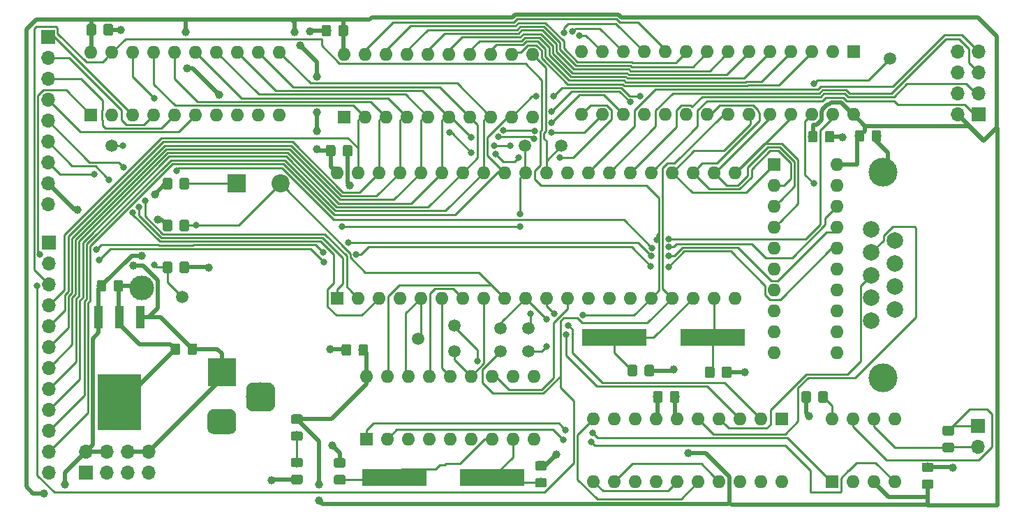
<source format=gbr>
G04 #@! TF.GenerationSoftware,KiCad,Pcbnew,(5.1.4)-1*
G04 #@! TF.CreationDate,2019-10-15T20:24:08+02:00*
G04 #@! TF.ProjectId,byggern,62796767-6572-46e2-9e6b-696361645f70,rev?*
G04 #@! TF.SameCoordinates,Original*
G04 #@! TF.FileFunction,Copper,L1,Top*
G04 #@! TF.FilePolarity,Positive*
%FSLAX46Y46*%
G04 Gerber Fmt 4.6, Leading zero omitted, Abs format (unit mm)*
G04 Created by KiCad (PCBNEW (5.1.4)-1) date 2019-10-15 20:24:08*
%MOMM*%
%LPD*%
G04 APERTURE LIST*
%ADD10C,1.500000*%
%ADD11C,3.500000*%
%ADD12C,2.000000*%
%ADD13O,1.700000X1.700000*%
%ADD14R,1.700000X1.700000*%
%ADD15R,7.875000X2.000000*%
%ADD16O,1.600000X1.600000*%
%ADD17R,1.600000X1.600000*%
%ADD18R,5.250000X6.840000*%
%ADD19R,1.050000X2.790000*%
%ADD20C,0.150000*%
%ADD21C,3.000000*%
%ADD22R,3.500000X3.500000*%
%ADD23C,2.200000*%
%ADD24R,2.200000X2.200000*%
%ADD25C,1.150000*%
%ADD26C,1.000000*%
%ADD27C,0.800000*%
%ADD28C,0.500000*%
%ADD29C,0.250000*%
G04 APERTURE END LIST*
D10*
X99640000Y-92000000D03*
X194040000Y-81400000D03*
X154240000Y-92000000D03*
X146840000Y-117000000D03*
X150240000Y-117000000D03*
X141240000Y-113800000D03*
X150240000Y-114200000D03*
X146840000Y-114200000D03*
X141240000Y-117000000D03*
X136840000Y-115400000D03*
X108240000Y-110400000D03*
X149840000Y-92000000D03*
D11*
X193240000Y-95200000D03*
X193240000Y-120190000D03*
D12*
X191820000Y-113235000D03*
X194660000Y-111850000D03*
X191820000Y-110465000D03*
X194660000Y-109080000D03*
X191820000Y-107695000D03*
X194660000Y-106310000D03*
X191820000Y-104925000D03*
X194660000Y-103540000D03*
X191820000Y-102155000D03*
D13*
X202300000Y-80580000D03*
X204840000Y-80580000D03*
X202300000Y-83120000D03*
X204840000Y-83120000D03*
X202300000Y-85660000D03*
X204840000Y-85660000D03*
X202300000Y-88200000D03*
D14*
X204840000Y-88200000D03*
D15*
X133940000Y-132300000D03*
X145815000Y-132300000D03*
X160665000Y-115300000D03*
X172540000Y-115300000D03*
D16*
X181000000Y-132800000D03*
X158140000Y-125180000D03*
X178460000Y-132800000D03*
X160680000Y-125180000D03*
X175920000Y-132800000D03*
X163220000Y-125180000D03*
X173380000Y-132800000D03*
X165760000Y-125180000D03*
X170840000Y-132800000D03*
X168300000Y-125180000D03*
X168300000Y-132800000D03*
X170840000Y-125180000D03*
X165760000Y-132800000D03*
X173380000Y-125180000D03*
X163220000Y-132800000D03*
X175920000Y-125180000D03*
X160680000Y-132800000D03*
X178460000Y-125180000D03*
X158140000Y-132800000D03*
D17*
X181000000Y-125180000D03*
D16*
X97140000Y-80680000D03*
X120000000Y-88300000D03*
X99680000Y-80680000D03*
X117460000Y-88300000D03*
X102220000Y-80680000D03*
X114920000Y-88300000D03*
X104760000Y-80680000D03*
X112380000Y-88300000D03*
X107300000Y-80680000D03*
X109840000Y-88300000D03*
X109840000Y-80680000D03*
X107300000Y-88300000D03*
X112380000Y-80680000D03*
X104760000Y-88300000D03*
X114920000Y-80680000D03*
X102220000Y-88300000D03*
X117460000Y-80680000D03*
X99680000Y-88300000D03*
X120000000Y-80680000D03*
D17*
X97140000Y-88300000D03*
D16*
X189640000Y-88220000D03*
X156620000Y-80600000D03*
X187100000Y-88220000D03*
X159160000Y-80600000D03*
X184560000Y-88220000D03*
X161700000Y-80600000D03*
X182020000Y-88220000D03*
X164240000Y-80600000D03*
X179480000Y-88220000D03*
X166780000Y-80600000D03*
X176940000Y-88220000D03*
X169320000Y-80600000D03*
X174400000Y-88220000D03*
X171860000Y-80600000D03*
X171860000Y-88220000D03*
X174400000Y-80600000D03*
X169320000Y-88220000D03*
X176940000Y-80600000D03*
X166780000Y-88220000D03*
X179480000Y-80600000D03*
X164240000Y-88220000D03*
X182020000Y-80600000D03*
X161700000Y-88220000D03*
X184560000Y-80600000D03*
X159160000Y-88220000D03*
X187100000Y-80600000D03*
X156620000Y-88220000D03*
D17*
X189640000Y-80600000D03*
D16*
X187040000Y-125200000D03*
X194660000Y-132820000D03*
X189580000Y-125200000D03*
X192120000Y-132820000D03*
X192120000Y-125200000D03*
X189580000Y-132820000D03*
X194660000Y-125200000D03*
D17*
X187040000Y-132820000D03*
D16*
X127840000Y-80880000D03*
X150700000Y-88500000D03*
X130380000Y-80880000D03*
X148160000Y-88500000D03*
X132920000Y-80880000D03*
X145620000Y-88500000D03*
X135460000Y-80880000D03*
X143080000Y-88500000D03*
X138000000Y-80880000D03*
X140540000Y-88500000D03*
X140540000Y-80880000D03*
X138000000Y-88500000D03*
X143080000Y-80880000D03*
X135460000Y-88500000D03*
X145620000Y-80880000D03*
X132920000Y-88500000D03*
X148160000Y-80880000D03*
X130380000Y-88500000D03*
X150700000Y-80880000D03*
D17*
X127840000Y-88500000D03*
D16*
X130540000Y-119980000D03*
X150860000Y-127600000D03*
X133080000Y-119980000D03*
X148320000Y-127600000D03*
X135620000Y-119980000D03*
X145780000Y-127600000D03*
X138160000Y-119980000D03*
X143240000Y-127600000D03*
X140700000Y-119980000D03*
X140700000Y-127600000D03*
X143240000Y-119980000D03*
X138160000Y-127600000D03*
X145780000Y-119980000D03*
X135620000Y-127600000D03*
X148320000Y-119980000D03*
X133080000Y-127600000D03*
X150860000Y-119980000D03*
D17*
X130540000Y-127600000D03*
D16*
X187660000Y-94300000D03*
X180040000Y-117160000D03*
X187660000Y-96840000D03*
X180040000Y-114620000D03*
X187660000Y-99380000D03*
X180040000Y-112080000D03*
X187660000Y-101920000D03*
X180040000Y-109540000D03*
X187660000Y-104460000D03*
X180040000Y-107000000D03*
X187660000Y-107000000D03*
X180040000Y-104460000D03*
X187660000Y-109540000D03*
X180040000Y-101920000D03*
X187660000Y-112080000D03*
X180040000Y-99380000D03*
X187660000Y-114620000D03*
X180040000Y-96840000D03*
X187660000Y-117160000D03*
D17*
X180040000Y-94300000D03*
D16*
X127000000Y-95250000D03*
X175260000Y-110490000D03*
X129540000Y-95250000D03*
X172720000Y-110490000D03*
X132080000Y-95250000D03*
X170180000Y-110490000D03*
X134620000Y-95250000D03*
X167640000Y-110490000D03*
X137160000Y-95250000D03*
X165100000Y-110490000D03*
X139700000Y-95250000D03*
X162560000Y-110490000D03*
X142240000Y-95250000D03*
X160020000Y-110490000D03*
X144780000Y-95250000D03*
X157480000Y-110490000D03*
X147320000Y-95250000D03*
X154940000Y-110490000D03*
X149860000Y-95250000D03*
X152400000Y-110490000D03*
X152400000Y-95250000D03*
X149860000Y-110490000D03*
X154940000Y-95250000D03*
X147320000Y-110490000D03*
X157480000Y-95250000D03*
X144780000Y-110490000D03*
X160020000Y-95250000D03*
X142240000Y-110490000D03*
X162560000Y-95250000D03*
X139700000Y-110490000D03*
X165100000Y-95250000D03*
X137160000Y-110490000D03*
X167640000Y-95250000D03*
X134620000Y-110490000D03*
X170180000Y-95250000D03*
X132080000Y-110490000D03*
X172720000Y-95250000D03*
X129540000Y-110490000D03*
X175260000Y-95250000D03*
D17*
X127000000Y-110490000D03*
D18*
X100640000Y-123160000D03*
D19*
X98100000Y-112810000D03*
X100640000Y-112810000D03*
X103180000Y-112810000D03*
D20*
G36*
X118700765Y-120754213D02*
G01*
X118785704Y-120766813D01*
X118868999Y-120787677D01*
X118949848Y-120816605D01*
X119027472Y-120853319D01*
X119101124Y-120897464D01*
X119170094Y-120948616D01*
X119233718Y-121006282D01*
X119291384Y-121069906D01*
X119342536Y-121138876D01*
X119386681Y-121212528D01*
X119423395Y-121290152D01*
X119452323Y-121371001D01*
X119473187Y-121454296D01*
X119485787Y-121539235D01*
X119490000Y-121625000D01*
X119490000Y-123375000D01*
X119485787Y-123460765D01*
X119473187Y-123545704D01*
X119452323Y-123628999D01*
X119423395Y-123709848D01*
X119386681Y-123787472D01*
X119342536Y-123861124D01*
X119291384Y-123930094D01*
X119233718Y-123993718D01*
X119170094Y-124051384D01*
X119101124Y-124102536D01*
X119027472Y-124146681D01*
X118949848Y-124183395D01*
X118868999Y-124212323D01*
X118785704Y-124233187D01*
X118700765Y-124245787D01*
X118615000Y-124250000D01*
X116865000Y-124250000D01*
X116779235Y-124245787D01*
X116694296Y-124233187D01*
X116611001Y-124212323D01*
X116530152Y-124183395D01*
X116452528Y-124146681D01*
X116378876Y-124102536D01*
X116309906Y-124051384D01*
X116246282Y-123993718D01*
X116188616Y-123930094D01*
X116137464Y-123861124D01*
X116093319Y-123787472D01*
X116056605Y-123709848D01*
X116027677Y-123628999D01*
X116006813Y-123545704D01*
X115994213Y-123460765D01*
X115990000Y-123375000D01*
X115990000Y-121625000D01*
X115994213Y-121539235D01*
X116006813Y-121454296D01*
X116027677Y-121371001D01*
X116056605Y-121290152D01*
X116093319Y-121212528D01*
X116137464Y-121138876D01*
X116188616Y-121069906D01*
X116246282Y-121006282D01*
X116309906Y-120948616D01*
X116378876Y-120897464D01*
X116452528Y-120853319D01*
X116530152Y-120816605D01*
X116611001Y-120787677D01*
X116694296Y-120766813D01*
X116779235Y-120754213D01*
X116865000Y-120750000D01*
X118615000Y-120750000D01*
X118700765Y-120754213D01*
X118700765Y-120754213D01*
G37*
D11*
X117740000Y-122500000D03*
D20*
G36*
X114113513Y-124003611D02*
G01*
X114186318Y-124014411D01*
X114257714Y-124032295D01*
X114327013Y-124057090D01*
X114393548Y-124088559D01*
X114456678Y-124126398D01*
X114515795Y-124170242D01*
X114570330Y-124219670D01*
X114619758Y-124274205D01*
X114663602Y-124333322D01*
X114701441Y-124396452D01*
X114732910Y-124462987D01*
X114757705Y-124532286D01*
X114775589Y-124603682D01*
X114786389Y-124676487D01*
X114790000Y-124750000D01*
X114790000Y-126250000D01*
X114786389Y-126323513D01*
X114775589Y-126396318D01*
X114757705Y-126467714D01*
X114732910Y-126537013D01*
X114701441Y-126603548D01*
X114663602Y-126666678D01*
X114619758Y-126725795D01*
X114570330Y-126780330D01*
X114515795Y-126829758D01*
X114456678Y-126873602D01*
X114393548Y-126911441D01*
X114327013Y-126942910D01*
X114257714Y-126967705D01*
X114186318Y-126985589D01*
X114113513Y-126996389D01*
X114040000Y-127000000D01*
X112040000Y-127000000D01*
X111966487Y-126996389D01*
X111893682Y-126985589D01*
X111822286Y-126967705D01*
X111752987Y-126942910D01*
X111686452Y-126911441D01*
X111623322Y-126873602D01*
X111564205Y-126829758D01*
X111509670Y-126780330D01*
X111460242Y-126725795D01*
X111416398Y-126666678D01*
X111378559Y-126603548D01*
X111347090Y-126537013D01*
X111322295Y-126467714D01*
X111304411Y-126396318D01*
X111293611Y-126323513D01*
X111290000Y-126250000D01*
X111290000Y-124750000D01*
X111293611Y-124676487D01*
X111304411Y-124603682D01*
X111322295Y-124532286D01*
X111347090Y-124462987D01*
X111378559Y-124396452D01*
X111416398Y-124333322D01*
X111460242Y-124274205D01*
X111509670Y-124219670D01*
X111564205Y-124170242D01*
X111623322Y-124126398D01*
X111686452Y-124088559D01*
X111752987Y-124057090D01*
X111822286Y-124032295D01*
X111893682Y-124014411D01*
X111966487Y-124003611D01*
X112040000Y-124000000D01*
X114040000Y-124000000D01*
X114113513Y-124003611D01*
X114113513Y-124003611D01*
G37*
D21*
X113040000Y-125500000D03*
D22*
X113040000Y-119500000D03*
D23*
X120140000Y-96600000D03*
D24*
X114840000Y-96600000D03*
D20*
G36*
X201614505Y-128076204D02*
G01*
X201638773Y-128079804D01*
X201662572Y-128085765D01*
X201685671Y-128094030D01*
X201707850Y-128104520D01*
X201728893Y-128117132D01*
X201748599Y-128131747D01*
X201766777Y-128148223D01*
X201783253Y-128166401D01*
X201797868Y-128186107D01*
X201810480Y-128207150D01*
X201820970Y-128229329D01*
X201829235Y-128252428D01*
X201835196Y-128276227D01*
X201838796Y-128300495D01*
X201840000Y-128324999D01*
X201840000Y-128975001D01*
X201838796Y-128999505D01*
X201835196Y-129023773D01*
X201829235Y-129047572D01*
X201820970Y-129070671D01*
X201810480Y-129092850D01*
X201797868Y-129113893D01*
X201783253Y-129133599D01*
X201766777Y-129151777D01*
X201748599Y-129168253D01*
X201728893Y-129182868D01*
X201707850Y-129195480D01*
X201685671Y-129205970D01*
X201662572Y-129214235D01*
X201638773Y-129220196D01*
X201614505Y-129223796D01*
X201590001Y-129225000D01*
X200689999Y-129225000D01*
X200665495Y-129223796D01*
X200641227Y-129220196D01*
X200617428Y-129214235D01*
X200594329Y-129205970D01*
X200572150Y-129195480D01*
X200551107Y-129182868D01*
X200531401Y-129168253D01*
X200513223Y-129151777D01*
X200496747Y-129133599D01*
X200482132Y-129113893D01*
X200469520Y-129092850D01*
X200459030Y-129070671D01*
X200450765Y-129047572D01*
X200444804Y-129023773D01*
X200441204Y-128999505D01*
X200440000Y-128975001D01*
X200440000Y-128324999D01*
X200441204Y-128300495D01*
X200444804Y-128276227D01*
X200450765Y-128252428D01*
X200459030Y-128229329D01*
X200469520Y-128207150D01*
X200482132Y-128186107D01*
X200496747Y-128166401D01*
X200513223Y-128148223D01*
X200531401Y-128131747D01*
X200551107Y-128117132D01*
X200572150Y-128104520D01*
X200594329Y-128094030D01*
X200617428Y-128085765D01*
X200641227Y-128079804D01*
X200665495Y-128076204D01*
X200689999Y-128075000D01*
X201590001Y-128075000D01*
X201614505Y-128076204D01*
X201614505Y-128076204D01*
G37*
D25*
X201140000Y-128650000D03*
D20*
G36*
X201614505Y-126026204D02*
G01*
X201638773Y-126029804D01*
X201662572Y-126035765D01*
X201685671Y-126044030D01*
X201707850Y-126054520D01*
X201728893Y-126067132D01*
X201748599Y-126081747D01*
X201766777Y-126098223D01*
X201783253Y-126116401D01*
X201797868Y-126136107D01*
X201810480Y-126157150D01*
X201820970Y-126179329D01*
X201829235Y-126202428D01*
X201835196Y-126226227D01*
X201838796Y-126250495D01*
X201840000Y-126274999D01*
X201840000Y-126925001D01*
X201838796Y-126949505D01*
X201835196Y-126973773D01*
X201829235Y-126997572D01*
X201820970Y-127020671D01*
X201810480Y-127042850D01*
X201797868Y-127063893D01*
X201783253Y-127083599D01*
X201766777Y-127101777D01*
X201748599Y-127118253D01*
X201728893Y-127132868D01*
X201707850Y-127145480D01*
X201685671Y-127155970D01*
X201662572Y-127164235D01*
X201638773Y-127170196D01*
X201614505Y-127173796D01*
X201590001Y-127175000D01*
X200689999Y-127175000D01*
X200665495Y-127173796D01*
X200641227Y-127170196D01*
X200617428Y-127164235D01*
X200594329Y-127155970D01*
X200572150Y-127145480D01*
X200551107Y-127132868D01*
X200531401Y-127118253D01*
X200513223Y-127101777D01*
X200496747Y-127083599D01*
X200482132Y-127063893D01*
X200469520Y-127042850D01*
X200459030Y-127020671D01*
X200450765Y-126997572D01*
X200444804Y-126973773D01*
X200441204Y-126949505D01*
X200440000Y-126925001D01*
X200440000Y-126274999D01*
X200441204Y-126250495D01*
X200444804Y-126226227D01*
X200450765Y-126202428D01*
X200459030Y-126179329D01*
X200469520Y-126157150D01*
X200482132Y-126136107D01*
X200496747Y-126116401D01*
X200513223Y-126098223D01*
X200531401Y-126081747D01*
X200551107Y-126067132D01*
X200572150Y-126054520D01*
X200594329Y-126044030D01*
X200617428Y-126035765D01*
X200641227Y-126029804D01*
X200665495Y-126026204D01*
X200689999Y-126025000D01*
X201590001Y-126025000D01*
X201614505Y-126026204D01*
X201614505Y-126026204D01*
G37*
D25*
X201140000Y-126600000D03*
D20*
G36*
X184264505Y-121801204D02*
G01*
X184288773Y-121804804D01*
X184312572Y-121810765D01*
X184335671Y-121819030D01*
X184357850Y-121829520D01*
X184378893Y-121842132D01*
X184398599Y-121856747D01*
X184416777Y-121873223D01*
X184433253Y-121891401D01*
X184447868Y-121911107D01*
X184460480Y-121932150D01*
X184470970Y-121954329D01*
X184479235Y-121977428D01*
X184485196Y-122001227D01*
X184488796Y-122025495D01*
X184490000Y-122049999D01*
X184490000Y-122950001D01*
X184488796Y-122974505D01*
X184485196Y-122998773D01*
X184479235Y-123022572D01*
X184470970Y-123045671D01*
X184460480Y-123067850D01*
X184447868Y-123088893D01*
X184433253Y-123108599D01*
X184416777Y-123126777D01*
X184398599Y-123143253D01*
X184378893Y-123157868D01*
X184357850Y-123170480D01*
X184335671Y-123180970D01*
X184312572Y-123189235D01*
X184288773Y-123195196D01*
X184264505Y-123198796D01*
X184240001Y-123200000D01*
X183589999Y-123200000D01*
X183565495Y-123198796D01*
X183541227Y-123195196D01*
X183517428Y-123189235D01*
X183494329Y-123180970D01*
X183472150Y-123170480D01*
X183451107Y-123157868D01*
X183431401Y-123143253D01*
X183413223Y-123126777D01*
X183396747Y-123108599D01*
X183382132Y-123088893D01*
X183369520Y-123067850D01*
X183359030Y-123045671D01*
X183350765Y-123022572D01*
X183344804Y-122998773D01*
X183341204Y-122974505D01*
X183340000Y-122950001D01*
X183340000Y-122049999D01*
X183341204Y-122025495D01*
X183344804Y-122001227D01*
X183350765Y-121977428D01*
X183359030Y-121954329D01*
X183369520Y-121932150D01*
X183382132Y-121911107D01*
X183396747Y-121891401D01*
X183413223Y-121873223D01*
X183431401Y-121856747D01*
X183451107Y-121842132D01*
X183472150Y-121829520D01*
X183494329Y-121819030D01*
X183517428Y-121810765D01*
X183541227Y-121804804D01*
X183565495Y-121801204D01*
X183589999Y-121800000D01*
X184240001Y-121800000D01*
X184264505Y-121801204D01*
X184264505Y-121801204D01*
G37*
D25*
X183915000Y-122500000D03*
D20*
G36*
X186314505Y-121801204D02*
G01*
X186338773Y-121804804D01*
X186362572Y-121810765D01*
X186385671Y-121819030D01*
X186407850Y-121829520D01*
X186428893Y-121842132D01*
X186448599Y-121856747D01*
X186466777Y-121873223D01*
X186483253Y-121891401D01*
X186497868Y-121911107D01*
X186510480Y-121932150D01*
X186520970Y-121954329D01*
X186529235Y-121977428D01*
X186535196Y-122001227D01*
X186538796Y-122025495D01*
X186540000Y-122049999D01*
X186540000Y-122950001D01*
X186538796Y-122974505D01*
X186535196Y-122998773D01*
X186529235Y-123022572D01*
X186520970Y-123045671D01*
X186510480Y-123067850D01*
X186497868Y-123088893D01*
X186483253Y-123108599D01*
X186466777Y-123126777D01*
X186448599Y-123143253D01*
X186428893Y-123157868D01*
X186407850Y-123170480D01*
X186385671Y-123180970D01*
X186362572Y-123189235D01*
X186338773Y-123195196D01*
X186314505Y-123198796D01*
X186290001Y-123200000D01*
X185639999Y-123200000D01*
X185615495Y-123198796D01*
X185591227Y-123195196D01*
X185567428Y-123189235D01*
X185544329Y-123180970D01*
X185522150Y-123170480D01*
X185501107Y-123157868D01*
X185481401Y-123143253D01*
X185463223Y-123126777D01*
X185446747Y-123108599D01*
X185432132Y-123088893D01*
X185419520Y-123067850D01*
X185409030Y-123045671D01*
X185400765Y-123022572D01*
X185394804Y-122998773D01*
X185391204Y-122974505D01*
X185390000Y-122950001D01*
X185390000Y-122049999D01*
X185391204Y-122025495D01*
X185394804Y-122001227D01*
X185400765Y-121977428D01*
X185409030Y-121954329D01*
X185419520Y-121932150D01*
X185432132Y-121911107D01*
X185446747Y-121891401D01*
X185463223Y-121873223D01*
X185481401Y-121856747D01*
X185501107Y-121842132D01*
X185522150Y-121829520D01*
X185544329Y-121819030D01*
X185567428Y-121810765D01*
X185591227Y-121804804D01*
X185615495Y-121801204D01*
X185639999Y-121800000D01*
X186290001Y-121800000D01*
X186314505Y-121801204D01*
X186314505Y-121801204D01*
G37*
D25*
X185965000Y-122500000D03*
D20*
G36*
X122614505Y-124626204D02*
G01*
X122638773Y-124629804D01*
X122662572Y-124635765D01*
X122685671Y-124644030D01*
X122707850Y-124654520D01*
X122728893Y-124667132D01*
X122748599Y-124681747D01*
X122766777Y-124698223D01*
X122783253Y-124716401D01*
X122797868Y-124736107D01*
X122810480Y-124757150D01*
X122820970Y-124779329D01*
X122829235Y-124802428D01*
X122835196Y-124826227D01*
X122838796Y-124850495D01*
X122840000Y-124874999D01*
X122840000Y-125525001D01*
X122838796Y-125549505D01*
X122835196Y-125573773D01*
X122829235Y-125597572D01*
X122820970Y-125620671D01*
X122810480Y-125642850D01*
X122797868Y-125663893D01*
X122783253Y-125683599D01*
X122766777Y-125701777D01*
X122748599Y-125718253D01*
X122728893Y-125732868D01*
X122707850Y-125745480D01*
X122685671Y-125755970D01*
X122662572Y-125764235D01*
X122638773Y-125770196D01*
X122614505Y-125773796D01*
X122590001Y-125775000D01*
X121689999Y-125775000D01*
X121665495Y-125773796D01*
X121641227Y-125770196D01*
X121617428Y-125764235D01*
X121594329Y-125755970D01*
X121572150Y-125745480D01*
X121551107Y-125732868D01*
X121531401Y-125718253D01*
X121513223Y-125701777D01*
X121496747Y-125683599D01*
X121482132Y-125663893D01*
X121469520Y-125642850D01*
X121459030Y-125620671D01*
X121450765Y-125597572D01*
X121444804Y-125573773D01*
X121441204Y-125549505D01*
X121440000Y-125525001D01*
X121440000Y-124874999D01*
X121441204Y-124850495D01*
X121444804Y-124826227D01*
X121450765Y-124802428D01*
X121459030Y-124779329D01*
X121469520Y-124757150D01*
X121482132Y-124736107D01*
X121496747Y-124716401D01*
X121513223Y-124698223D01*
X121531401Y-124681747D01*
X121551107Y-124667132D01*
X121572150Y-124654520D01*
X121594329Y-124644030D01*
X121617428Y-124635765D01*
X121641227Y-124629804D01*
X121665495Y-124626204D01*
X121689999Y-124625000D01*
X122590001Y-124625000D01*
X122614505Y-124626204D01*
X122614505Y-124626204D01*
G37*
D25*
X122140000Y-125200000D03*
D20*
G36*
X122614505Y-126676204D02*
G01*
X122638773Y-126679804D01*
X122662572Y-126685765D01*
X122685671Y-126694030D01*
X122707850Y-126704520D01*
X122728893Y-126717132D01*
X122748599Y-126731747D01*
X122766777Y-126748223D01*
X122783253Y-126766401D01*
X122797868Y-126786107D01*
X122810480Y-126807150D01*
X122820970Y-126829329D01*
X122829235Y-126852428D01*
X122835196Y-126876227D01*
X122838796Y-126900495D01*
X122840000Y-126924999D01*
X122840000Y-127575001D01*
X122838796Y-127599505D01*
X122835196Y-127623773D01*
X122829235Y-127647572D01*
X122820970Y-127670671D01*
X122810480Y-127692850D01*
X122797868Y-127713893D01*
X122783253Y-127733599D01*
X122766777Y-127751777D01*
X122748599Y-127768253D01*
X122728893Y-127782868D01*
X122707850Y-127795480D01*
X122685671Y-127805970D01*
X122662572Y-127814235D01*
X122638773Y-127820196D01*
X122614505Y-127823796D01*
X122590001Y-127825000D01*
X121689999Y-127825000D01*
X121665495Y-127823796D01*
X121641227Y-127820196D01*
X121617428Y-127814235D01*
X121594329Y-127805970D01*
X121572150Y-127795480D01*
X121551107Y-127782868D01*
X121531401Y-127768253D01*
X121513223Y-127751777D01*
X121496747Y-127733599D01*
X121482132Y-127713893D01*
X121469520Y-127692850D01*
X121459030Y-127670671D01*
X121450765Y-127647572D01*
X121444804Y-127623773D01*
X121441204Y-127599505D01*
X121440000Y-127575001D01*
X121440000Y-126924999D01*
X121441204Y-126900495D01*
X121444804Y-126876227D01*
X121450765Y-126852428D01*
X121459030Y-126829329D01*
X121469520Y-126807150D01*
X121482132Y-126786107D01*
X121496747Y-126766401D01*
X121513223Y-126748223D01*
X121531401Y-126731747D01*
X121551107Y-126717132D01*
X121572150Y-126704520D01*
X121594329Y-126694030D01*
X121617428Y-126685765D01*
X121641227Y-126679804D01*
X121665495Y-126676204D01*
X121689999Y-126675000D01*
X122590001Y-126675000D01*
X122614505Y-126676204D01*
X122614505Y-126676204D01*
G37*
D25*
X122140000Y-127250000D03*
D20*
G36*
X106789505Y-95901204D02*
G01*
X106813773Y-95904804D01*
X106837572Y-95910765D01*
X106860671Y-95919030D01*
X106882850Y-95929520D01*
X106903893Y-95942132D01*
X106923599Y-95956747D01*
X106941777Y-95973223D01*
X106958253Y-95991401D01*
X106972868Y-96011107D01*
X106985480Y-96032150D01*
X106995970Y-96054329D01*
X107004235Y-96077428D01*
X107010196Y-96101227D01*
X107013796Y-96125495D01*
X107015000Y-96149999D01*
X107015000Y-97050001D01*
X107013796Y-97074505D01*
X107010196Y-97098773D01*
X107004235Y-97122572D01*
X106995970Y-97145671D01*
X106985480Y-97167850D01*
X106972868Y-97188893D01*
X106958253Y-97208599D01*
X106941777Y-97226777D01*
X106923599Y-97243253D01*
X106903893Y-97257868D01*
X106882850Y-97270480D01*
X106860671Y-97280970D01*
X106837572Y-97289235D01*
X106813773Y-97295196D01*
X106789505Y-97298796D01*
X106765001Y-97300000D01*
X106114999Y-97300000D01*
X106090495Y-97298796D01*
X106066227Y-97295196D01*
X106042428Y-97289235D01*
X106019329Y-97280970D01*
X105997150Y-97270480D01*
X105976107Y-97257868D01*
X105956401Y-97243253D01*
X105938223Y-97226777D01*
X105921747Y-97208599D01*
X105907132Y-97188893D01*
X105894520Y-97167850D01*
X105884030Y-97145671D01*
X105875765Y-97122572D01*
X105869804Y-97098773D01*
X105866204Y-97074505D01*
X105865000Y-97050001D01*
X105865000Y-96149999D01*
X105866204Y-96125495D01*
X105869804Y-96101227D01*
X105875765Y-96077428D01*
X105884030Y-96054329D01*
X105894520Y-96032150D01*
X105907132Y-96011107D01*
X105921747Y-95991401D01*
X105938223Y-95973223D01*
X105956401Y-95956747D01*
X105976107Y-95942132D01*
X105997150Y-95929520D01*
X106019329Y-95919030D01*
X106042428Y-95910765D01*
X106066227Y-95904804D01*
X106090495Y-95901204D01*
X106114999Y-95900000D01*
X106765001Y-95900000D01*
X106789505Y-95901204D01*
X106789505Y-95901204D01*
G37*
D25*
X106440000Y-96600000D03*
D20*
G36*
X108839505Y-95901204D02*
G01*
X108863773Y-95904804D01*
X108887572Y-95910765D01*
X108910671Y-95919030D01*
X108932850Y-95929520D01*
X108953893Y-95942132D01*
X108973599Y-95956747D01*
X108991777Y-95973223D01*
X109008253Y-95991401D01*
X109022868Y-96011107D01*
X109035480Y-96032150D01*
X109045970Y-96054329D01*
X109054235Y-96077428D01*
X109060196Y-96101227D01*
X109063796Y-96125495D01*
X109065000Y-96149999D01*
X109065000Y-97050001D01*
X109063796Y-97074505D01*
X109060196Y-97098773D01*
X109054235Y-97122572D01*
X109045970Y-97145671D01*
X109035480Y-97167850D01*
X109022868Y-97188893D01*
X109008253Y-97208599D01*
X108991777Y-97226777D01*
X108973599Y-97243253D01*
X108953893Y-97257868D01*
X108932850Y-97270480D01*
X108910671Y-97280970D01*
X108887572Y-97289235D01*
X108863773Y-97295196D01*
X108839505Y-97298796D01*
X108815001Y-97300000D01*
X108164999Y-97300000D01*
X108140495Y-97298796D01*
X108116227Y-97295196D01*
X108092428Y-97289235D01*
X108069329Y-97280970D01*
X108047150Y-97270480D01*
X108026107Y-97257868D01*
X108006401Y-97243253D01*
X107988223Y-97226777D01*
X107971747Y-97208599D01*
X107957132Y-97188893D01*
X107944520Y-97167850D01*
X107934030Y-97145671D01*
X107925765Y-97122572D01*
X107919804Y-97098773D01*
X107916204Y-97074505D01*
X107915000Y-97050001D01*
X107915000Y-96149999D01*
X107916204Y-96125495D01*
X107919804Y-96101227D01*
X107925765Y-96077428D01*
X107934030Y-96054329D01*
X107944520Y-96032150D01*
X107957132Y-96011107D01*
X107971747Y-95991401D01*
X107988223Y-95973223D01*
X108006401Y-95956747D01*
X108026107Y-95942132D01*
X108047150Y-95929520D01*
X108069329Y-95919030D01*
X108092428Y-95910765D01*
X108116227Y-95904804D01*
X108140495Y-95901204D01*
X108164999Y-95900000D01*
X108815001Y-95900000D01*
X108839505Y-95901204D01*
X108839505Y-95901204D01*
G37*
D25*
X108490000Y-96600000D03*
D20*
G36*
X108839505Y-100981204D02*
G01*
X108863773Y-100984804D01*
X108887572Y-100990765D01*
X108910671Y-100999030D01*
X108932850Y-101009520D01*
X108953893Y-101022132D01*
X108973599Y-101036747D01*
X108991777Y-101053223D01*
X109008253Y-101071401D01*
X109022868Y-101091107D01*
X109035480Y-101112150D01*
X109045970Y-101134329D01*
X109054235Y-101157428D01*
X109060196Y-101181227D01*
X109063796Y-101205495D01*
X109065000Y-101229999D01*
X109065000Y-102130001D01*
X109063796Y-102154505D01*
X109060196Y-102178773D01*
X109054235Y-102202572D01*
X109045970Y-102225671D01*
X109035480Y-102247850D01*
X109022868Y-102268893D01*
X109008253Y-102288599D01*
X108991777Y-102306777D01*
X108973599Y-102323253D01*
X108953893Y-102337868D01*
X108932850Y-102350480D01*
X108910671Y-102360970D01*
X108887572Y-102369235D01*
X108863773Y-102375196D01*
X108839505Y-102378796D01*
X108815001Y-102380000D01*
X108164999Y-102380000D01*
X108140495Y-102378796D01*
X108116227Y-102375196D01*
X108092428Y-102369235D01*
X108069329Y-102360970D01*
X108047150Y-102350480D01*
X108026107Y-102337868D01*
X108006401Y-102323253D01*
X107988223Y-102306777D01*
X107971747Y-102288599D01*
X107957132Y-102268893D01*
X107944520Y-102247850D01*
X107934030Y-102225671D01*
X107925765Y-102202572D01*
X107919804Y-102178773D01*
X107916204Y-102154505D01*
X107915000Y-102130001D01*
X107915000Y-101229999D01*
X107916204Y-101205495D01*
X107919804Y-101181227D01*
X107925765Y-101157428D01*
X107934030Y-101134329D01*
X107944520Y-101112150D01*
X107957132Y-101091107D01*
X107971747Y-101071401D01*
X107988223Y-101053223D01*
X108006401Y-101036747D01*
X108026107Y-101022132D01*
X108047150Y-101009520D01*
X108069329Y-100999030D01*
X108092428Y-100990765D01*
X108116227Y-100984804D01*
X108140495Y-100981204D01*
X108164999Y-100980000D01*
X108815001Y-100980000D01*
X108839505Y-100981204D01*
X108839505Y-100981204D01*
G37*
D25*
X108490000Y-101680000D03*
D20*
G36*
X106789505Y-100981204D02*
G01*
X106813773Y-100984804D01*
X106837572Y-100990765D01*
X106860671Y-100999030D01*
X106882850Y-101009520D01*
X106903893Y-101022132D01*
X106923599Y-101036747D01*
X106941777Y-101053223D01*
X106958253Y-101071401D01*
X106972868Y-101091107D01*
X106985480Y-101112150D01*
X106995970Y-101134329D01*
X107004235Y-101157428D01*
X107010196Y-101181227D01*
X107013796Y-101205495D01*
X107015000Y-101229999D01*
X107015000Y-102130001D01*
X107013796Y-102154505D01*
X107010196Y-102178773D01*
X107004235Y-102202572D01*
X106995970Y-102225671D01*
X106985480Y-102247850D01*
X106972868Y-102268893D01*
X106958253Y-102288599D01*
X106941777Y-102306777D01*
X106923599Y-102323253D01*
X106903893Y-102337868D01*
X106882850Y-102350480D01*
X106860671Y-102360970D01*
X106837572Y-102369235D01*
X106813773Y-102375196D01*
X106789505Y-102378796D01*
X106765001Y-102380000D01*
X106114999Y-102380000D01*
X106090495Y-102378796D01*
X106066227Y-102375196D01*
X106042428Y-102369235D01*
X106019329Y-102360970D01*
X105997150Y-102350480D01*
X105976107Y-102337868D01*
X105956401Y-102323253D01*
X105938223Y-102306777D01*
X105921747Y-102288599D01*
X105907132Y-102268893D01*
X105894520Y-102247850D01*
X105884030Y-102225671D01*
X105875765Y-102202572D01*
X105869804Y-102178773D01*
X105866204Y-102154505D01*
X105865000Y-102130001D01*
X105865000Y-101229999D01*
X105866204Y-101205495D01*
X105869804Y-101181227D01*
X105875765Y-101157428D01*
X105884030Y-101134329D01*
X105894520Y-101112150D01*
X105907132Y-101091107D01*
X105921747Y-101071401D01*
X105938223Y-101053223D01*
X105956401Y-101036747D01*
X105976107Y-101022132D01*
X105997150Y-101009520D01*
X106019329Y-100999030D01*
X106042428Y-100990765D01*
X106066227Y-100984804D01*
X106090495Y-100981204D01*
X106114999Y-100980000D01*
X106765001Y-100980000D01*
X106789505Y-100981204D01*
X106789505Y-100981204D01*
G37*
D25*
X106440000Y-101680000D03*
D13*
X91940000Y-99120000D03*
X91940000Y-96580000D03*
X91940000Y-94040000D03*
X91940000Y-91500000D03*
X91940000Y-88960000D03*
X91940000Y-86420000D03*
X91940000Y-83880000D03*
X91940000Y-81340000D03*
D14*
X91940000Y-78800000D03*
D13*
X204740000Y-128540000D03*
D14*
X204740000Y-126000000D03*
D13*
X92040000Y-131700000D03*
X92040000Y-129160000D03*
X92040000Y-126620000D03*
X92040000Y-124080000D03*
X92040000Y-121540000D03*
X92040000Y-119000000D03*
X92040000Y-116460000D03*
X92040000Y-113920000D03*
X92040000Y-111380000D03*
X92040000Y-108840000D03*
X92040000Y-106300000D03*
D14*
X92040000Y-103760000D03*
D13*
X104160000Y-129160000D03*
X104160000Y-131700000D03*
X101620000Y-129160000D03*
X101620000Y-131700000D03*
X99080000Y-129160000D03*
X99080000Y-131700000D03*
X96540000Y-129160000D03*
D14*
X96540000Y-131700000D03*
D20*
G36*
X122614505Y-129901204D02*
G01*
X122638773Y-129904804D01*
X122662572Y-129910765D01*
X122685671Y-129919030D01*
X122707850Y-129929520D01*
X122728893Y-129942132D01*
X122748599Y-129956747D01*
X122766777Y-129973223D01*
X122783253Y-129991401D01*
X122797868Y-130011107D01*
X122810480Y-130032150D01*
X122820970Y-130054329D01*
X122829235Y-130077428D01*
X122835196Y-130101227D01*
X122838796Y-130125495D01*
X122840000Y-130149999D01*
X122840000Y-130800001D01*
X122838796Y-130824505D01*
X122835196Y-130848773D01*
X122829235Y-130872572D01*
X122820970Y-130895671D01*
X122810480Y-130917850D01*
X122797868Y-130938893D01*
X122783253Y-130958599D01*
X122766777Y-130976777D01*
X122748599Y-130993253D01*
X122728893Y-131007868D01*
X122707850Y-131020480D01*
X122685671Y-131030970D01*
X122662572Y-131039235D01*
X122638773Y-131045196D01*
X122614505Y-131048796D01*
X122590001Y-131050000D01*
X121689999Y-131050000D01*
X121665495Y-131048796D01*
X121641227Y-131045196D01*
X121617428Y-131039235D01*
X121594329Y-131030970D01*
X121572150Y-131020480D01*
X121551107Y-131007868D01*
X121531401Y-130993253D01*
X121513223Y-130976777D01*
X121496747Y-130958599D01*
X121482132Y-130938893D01*
X121469520Y-130917850D01*
X121459030Y-130895671D01*
X121450765Y-130872572D01*
X121444804Y-130848773D01*
X121441204Y-130824505D01*
X121440000Y-130800001D01*
X121440000Y-130149999D01*
X121441204Y-130125495D01*
X121444804Y-130101227D01*
X121450765Y-130077428D01*
X121459030Y-130054329D01*
X121469520Y-130032150D01*
X121482132Y-130011107D01*
X121496747Y-129991401D01*
X121513223Y-129973223D01*
X121531401Y-129956747D01*
X121551107Y-129942132D01*
X121572150Y-129929520D01*
X121594329Y-129919030D01*
X121617428Y-129910765D01*
X121641227Y-129904804D01*
X121665495Y-129901204D01*
X121689999Y-129900000D01*
X122590001Y-129900000D01*
X122614505Y-129901204D01*
X122614505Y-129901204D01*
G37*
D25*
X122140000Y-130475000D03*
D20*
G36*
X122614505Y-131951204D02*
G01*
X122638773Y-131954804D01*
X122662572Y-131960765D01*
X122685671Y-131969030D01*
X122707850Y-131979520D01*
X122728893Y-131992132D01*
X122748599Y-132006747D01*
X122766777Y-132023223D01*
X122783253Y-132041401D01*
X122797868Y-132061107D01*
X122810480Y-132082150D01*
X122820970Y-132104329D01*
X122829235Y-132127428D01*
X122835196Y-132151227D01*
X122838796Y-132175495D01*
X122840000Y-132199999D01*
X122840000Y-132850001D01*
X122838796Y-132874505D01*
X122835196Y-132898773D01*
X122829235Y-132922572D01*
X122820970Y-132945671D01*
X122810480Y-132967850D01*
X122797868Y-132988893D01*
X122783253Y-133008599D01*
X122766777Y-133026777D01*
X122748599Y-133043253D01*
X122728893Y-133057868D01*
X122707850Y-133070480D01*
X122685671Y-133080970D01*
X122662572Y-133089235D01*
X122638773Y-133095196D01*
X122614505Y-133098796D01*
X122590001Y-133100000D01*
X121689999Y-133100000D01*
X121665495Y-133098796D01*
X121641227Y-133095196D01*
X121617428Y-133089235D01*
X121594329Y-133080970D01*
X121572150Y-133070480D01*
X121551107Y-133057868D01*
X121531401Y-133043253D01*
X121513223Y-133026777D01*
X121496747Y-133008599D01*
X121482132Y-132988893D01*
X121469520Y-132967850D01*
X121459030Y-132945671D01*
X121450765Y-132922572D01*
X121444804Y-132898773D01*
X121441204Y-132874505D01*
X121440000Y-132850001D01*
X121440000Y-132199999D01*
X121441204Y-132175495D01*
X121444804Y-132151227D01*
X121450765Y-132127428D01*
X121459030Y-132104329D01*
X121469520Y-132082150D01*
X121482132Y-132061107D01*
X121496747Y-132041401D01*
X121513223Y-132023223D01*
X121531401Y-132006747D01*
X121551107Y-131992132D01*
X121572150Y-131979520D01*
X121594329Y-131969030D01*
X121617428Y-131960765D01*
X121641227Y-131954804D01*
X121665495Y-131951204D01*
X121689999Y-131950000D01*
X122590001Y-131950000D01*
X122614505Y-131951204D01*
X122614505Y-131951204D01*
G37*
D25*
X122140000Y-132525000D03*
D20*
G36*
X168314505Y-121801204D02*
G01*
X168338773Y-121804804D01*
X168362572Y-121810765D01*
X168385671Y-121819030D01*
X168407850Y-121829520D01*
X168428893Y-121842132D01*
X168448599Y-121856747D01*
X168466777Y-121873223D01*
X168483253Y-121891401D01*
X168497868Y-121911107D01*
X168510480Y-121932150D01*
X168520970Y-121954329D01*
X168529235Y-121977428D01*
X168535196Y-122001227D01*
X168538796Y-122025495D01*
X168540000Y-122049999D01*
X168540000Y-122950001D01*
X168538796Y-122974505D01*
X168535196Y-122998773D01*
X168529235Y-123022572D01*
X168520970Y-123045671D01*
X168510480Y-123067850D01*
X168497868Y-123088893D01*
X168483253Y-123108599D01*
X168466777Y-123126777D01*
X168448599Y-123143253D01*
X168428893Y-123157868D01*
X168407850Y-123170480D01*
X168385671Y-123180970D01*
X168362572Y-123189235D01*
X168338773Y-123195196D01*
X168314505Y-123198796D01*
X168290001Y-123200000D01*
X167639999Y-123200000D01*
X167615495Y-123198796D01*
X167591227Y-123195196D01*
X167567428Y-123189235D01*
X167544329Y-123180970D01*
X167522150Y-123170480D01*
X167501107Y-123157868D01*
X167481401Y-123143253D01*
X167463223Y-123126777D01*
X167446747Y-123108599D01*
X167432132Y-123088893D01*
X167419520Y-123067850D01*
X167409030Y-123045671D01*
X167400765Y-123022572D01*
X167394804Y-122998773D01*
X167391204Y-122974505D01*
X167390000Y-122950001D01*
X167390000Y-122049999D01*
X167391204Y-122025495D01*
X167394804Y-122001227D01*
X167400765Y-121977428D01*
X167409030Y-121954329D01*
X167419520Y-121932150D01*
X167432132Y-121911107D01*
X167446747Y-121891401D01*
X167463223Y-121873223D01*
X167481401Y-121856747D01*
X167501107Y-121842132D01*
X167522150Y-121829520D01*
X167544329Y-121819030D01*
X167567428Y-121810765D01*
X167591227Y-121804804D01*
X167615495Y-121801204D01*
X167639999Y-121800000D01*
X168290001Y-121800000D01*
X168314505Y-121801204D01*
X168314505Y-121801204D01*
G37*
D25*
X167965000Y-122500000D03*
D20*
G36*
X166264505Y-121801204D02*
G01*
X166288773Y-121804804D01*
X166312572Y-121810765D01*
X166335671Y-121819030D01*
X166357850Y-121829520D01*
X166378893Y-121842132D01*
X166398599Y-121856747D01*
X166416777Y-121873223D01*
X166433253Y-121891401D01*
X166447868Y-121911107D01*
X166460480Y-121932150D01*
X166470970Y-121954329D01*
X166479235Y-121977428D01*
X166485196Y-122001227D01*
X166488796Y-122025495D01*
X166490000Y-122049999D01*
X166490000Y-122950001D01*
X166488796Y-122974505D01*
X166485196Y-122998773D01*
X166479235Y-123022572D01*
X166470970Y-123045671D01*
X166460480Y-123067850D01*
X166447868Y-123088893D01*
X166433253Y-123108599D01*
X166416777Y-123126777D01*
X166398599Y-123143253D01*
X166378893Y-123157868D01*
X166357850Y-123170480D01*
X166335671Y-123180970D01*
X166312572Y-123189235D01*
X166288773Y-123195196D01*
X166264505Y-123198796D01*
X166240001Y-123200000D01*
X165589999Y-123200000D01*
X165565495Y-123198796D01*
X165541227Y-123195196D01*
X165517428Y-123189235D01*
X165494329Y-123180970D01*
X165472150Y-123170480D01*
X165451107Y-123157868D01*
X165431401Y-123143253D01*
X165413223Y-123126777D01*
X165396747Y-123108599D01*
X165382132Y-123088893D01*
X165369520Y-123067850D01*
X165359030Y-123045671D01*
X165350765Y-123022572D01*
X165344804Y-122998773D01*
X165341204Y-122974505D01*
X165340000Y-122950001D01*
X165340000Y-122049999D01*
X165341204Y-122025495D01*
X165344804Y-122001227D01*
X165350765Y-121977428D01*
X165359030Y-121954329D01*
X165369520Y-121932150D01*
X165382132Y-121911107D01*
X165396747Y-121891401D01*
X165413223Y-121873223D01*
X165431401Y-121856747D01*
X165451107Y-121842132D01*
X165472150Y-121829520D01*
X165494329Y-121819030D01*
X165517428Y-121810765D01*
X165541227Y-121804804D01*
X165565495Y-121801204D01*
X165589999Y-121800000D01*
X166240001Y-121800000D01*
X166264505Y-121801204D01*
X166264505Y-121801204D01*
G37*
D25*
X165915000Y-122500000D03*
D20*
G36*
X99614505Y-77201204D02*
G01*
X99638773Y-77204804D01*
X99662572Y-77210765D01*
X99685671Y-77219030D01*
X99707850Y-77229520D01*
X99728893Y-77242132D01*
X99748599Y-77256747D01*
X99766777Y-77273223D01*
X99783253Y-77291401D01*
X99797868Y-77311107D01*
X99810480Y-77332150D01*
X99820970Y-77354329D01*
X99829235Y-77377428D01*
X99835196Y-77401227D01*
X99838796Y-77425495D01*
X99840000Y-77449999D01*
X99840000Y-78350001D01*
X99838796Y-78374505D01*
X99835196Y-78398773D01*
X99829235Y-78422572D01*
X99820970Y-78445671D01*
X99810480Y-78467850D01*
X99797868Y-78488893D01*
X99783253Y-78508599D01*
X99766777Y-78526777D01*
X99748599Y-78543253D01*
X99728893Y-78557868D01*
X99707850Y-78570480D01*
X99685671Y-78580970D01*
X99662572Y-78589235D01*
X99638773Y-78595196D01*
X99614505Y-78598796D01*
X99590001Y-78600000D01*
X98939999Y-78600000D01*
X98915495Y-78598796D01*
X98891227Y-78595196D01*
X98867428Y-78589235D01*
X98844329Y-78580970D01*
X98822150Y-78570480D01*
X98801107Y-78557868D01*
X98781401Y-78543253D01*
X98763223Y-78526777D01*
X98746747Y-78508599D01*
X98732132Y-78488893D01*
X98719520Y-78467850D01*
X98709030Y-78445671D01*
X98700765Y-78422572D01*
X98694804Y-78398773D01*
X98691204Y-78374505D01*
X98690000Y-78350001D01*
X98690000Y-77449999D01*
X98691204Y-77425495D01*
X98694804Y-77401227D01*
X98700765Y-77377428D01*
X98709030Y-77354329D01*
X98719520Y-77332150D01*
X98732132Y-77311107D01*
X98746747Y-77291401D01*
X98763223Y-77273223D01*
X98781401Y-77256747D01*
X98801107Y-77242132D01*
X98822150Y-77229520D01*
X98844329Y-77219030D01*
X98867428Y-77210765D01*
X98891227Y-77204804D01*
X98915495Y-77201204D01*
X98939999Y-77200000D01*
X99590001Y-77200000D01*
X99614505Y-77201204D01*
X99614505Y-77201204D01*
G37*
D25*
X99265000Y-77900000D03*
D20*
G36*
X97564505Y-77201204D02*
G01*
X97588773Y-77204804D01*
X97612572Y-77210765D01*
X97635671Y-77219030D01*
X97657850Y-77229520D01*
X97678893Y-77242132D01*
X97698599Y-77256747D01*
X97716777Y-77273223D01*
X97733253Y-77291401D01*
X97747868Y-77311107D01*
X97760480Y-77332150D01*
X97770970Y-77354329D01*
X97779235Y-77377428D01*
X97785196Y-77401227D01*
X97788796Y-77425495D01*
X97790000Y-77449999D01*
X97790000Y-78350001D01*
X97788796Y-78374505D01*
X97785196Y-78398773D01*
X97779235Y-78422572D01*
X97770970Y-78445671D01*
X97760480Y-78467850D01*
X97747868Y-78488893D01*
X97733253Y-78508599D01*
X97716777Y-78526777D01*
X97698599Y-78543253D01*
X97678893Y-78557868D01*
X97657850Y-78570480D01*
X97635671Y-78580970D01*
X97612572Y-78589235D01*
X97588773Y-78595196D01*
X97564505Y-78598796D01*
X97540001Y-78600000D01*
X96889999Y-78600000D01*
X96865495Y-78598796D01*
X96841227Y-78595196D01*
X96817428Y-78589235D01*
X96794329Y-78580970D01*
X96772150Y-78570480D01*
X96751107Y-78557868D01*
X96731401Y-78543253D01*
X96713223Y-78526777D01*
X96696747Y-78508599D01*
X96682132Y-78488893D01*
X96669520Y-78467850D01*
X96659030Y-78445671D01*
X96650765Y-78422572D01*
X96644804Y-78398773D01*
X96641204Y-78374505D01*
X96640000Y-78350001D01*
X96640000Y-77449999D01*
X96641204Y-77425495D01*
X96644804Y-77401227D01*
X96650765Y-77377428D01*
X96659030Y-77354329D01*
X96669520Y-77332150D01*
X96682132Y-77311107D01*
X96696747Y-77291401D01*
X96713223Y-77273223D01*
X96731401Y-77256747D01*
X96751107Y-77242132D01*
X96772150Y-77229520D01*
X96794329Y-77219030D01*
X96817428Y-77210765D01*
X96841227Y-77204804D01*
X96865495Y-77201204D01*
X96889999Y-77200000D01*
X97540001Y-77200000D01*
X97564505Y-77201204D01*
X97564505Y-77201204D01*
G37*
D25*
X97215000Y-77900000D03*
D20*
G36*
X187114505Y-90201204D02*
G01*
X187138773Y-90204804D01*
X187162572Y-90210765D01*
X187185671Y-90219030D01*
X187207850Y-90229520D01*
X187228893Y-90242132D01*
X187248599Y-90256747D01*
X187266777Y-90273223D01*
X187283253Y-90291401D01*
X187297868Y-90311107D01*
X187310480Y-90332150D01*
X187320970Y-90354329D01*
X187329235Y-90377428D01*
X187335196Y-90401227D01*
X187338796Y-90425495D01*
X187340000Y-90449999D01*
X187340000Y-91350001D01*
X187338796Y-91374505D01*
X187335196Y-91398773D01*
X187329235Y-91422572D01*
X187320970Y-91445671D01*
X187310480Y-91467850D01*
X187297868Y-91488893D01*
X187283253Y-91508599D01*
X187266777Y-91526777D01*
X187248599Y-91543253D01*
X187228893Y-91557868D01*
X187207850Y-91570480D01*
X187185671Y-91580970D01*
X187162572Y-91589235D01*
X187138773Y-91595196D01*
X187114505Y-91598796D01*
X187090001Y-91600000D01*
X186439999Y-91600000D01*
X186415495Y-91598796D01*
X186391227Y-91595196D01*
X186367428Y-91589235D01*
X186344329Y-91580970D01*
X186322150Y-91570480D01*
X186301107Y-91557868D01*
X186281401Y-91543253D01*
X186263223Y-91526777D01*
X186246747Y-91508599D01*
X186232132Y-91488893D01*
X186219520Y-91467850D01*
X186209030Y-91445671D01*
X186200765Y-91422572D01*
X186194804Y-91398773D01*
X186191204Y-91374505D01*
X186190000Y-91350001D01*
X186190000Y-90449999D01*
X186191204Y-90425495D01*
X186194804Y-90401227D01*
X186200765Y-90377428D01*
X186209030Y-90354329D01*
X186219520Y-90332150D01*
X186232132Y-90311107D01*
X186246747Y-90291401D01*
X186263223Y-90273223D01*
X186281401Y-90256747D01*
X186301107Y-90242132D01*
X186322150Y-90229520D01*
X186344329Y-90219030D01*
X186367428Y-90210765D01*
X186391227Y-90204804D01*
X186415495Y-90201204D01*
X186439999Y-90200000D01*
X187090001Y-90200000D01*
X187114505Y-90201204D01*
X187114505Y-90201204D01*
G37*
D25*
X186765000Y-90900000D03*
D20*
G36*
X185064505Y-90201204D02*
G01*
X185088773Y-90204804D01*
X185112572Y-90210765D01*
X185135671Y-90219030D01*
X185157850Y-90229520D01*
X185178893Y-90242132D01*
X185198599Y-90256747D01*
X185216777Y-90273223D01*
X185233253Y-90291401D01*
X185247868Y-90311107D01*
X185260480Y-90332150D01*
X185270970Y-90354329D01*
X185279235Y-90377428D01*
X185285196Y-90401227D01*
X185288796Y-90425495D01*
X185290000Y-90449999D01*
X185290000Y-91350001D01*
X185288796Y-91374505D01*
X185285196Y-91398773D01*
X185279235Y-91422572D01*
X185270970Y-91445671D01*
X185260480Y-91467850D01*
X185247868Y-91488893D01*
X185233253Y-91508599D01*
X185216777Y-91526777D01*
X185198599Y-91543253D01*
X185178893Y-91557868D01*
X185157850Y-91570480D01*
X185135671Y-91580970D01*
X185112572Y-91589235D01*
X185088773Y-91595196D01*
X185064505Y-91598796D01*
X185040001Y-91600000D01*
X184389999Y-91600000D01*
X184365495Y-91598796D01*
X184341227Y-91595196D01*
X184317428Y-91589235D01*
X184294329Y-91580970D01*
X184272150Y-91570480D01*
X184251107Y-91557868D01*
X184231401Y-91543253D01*
X184213223Y-91526777D01*
X184196747Y-91508599D01*
X184182132Y-91488893D01*
X184169520Y-91467850D01*
X184159030Y-91445671D01*
X184150765Y-91422572D01*
X184144804Y-91398773D01*
X184141204Y-91374505D01*
X184140000Y-91350001D01*
X184140000Y-90449999D01*
X184141204Y-90425495D01*
X184144804Y-90401227D01*
X184150765Y-90377428D01*
X184159030Y-90354329D01*
X184169520Y-90332150D01*
X184182132Y-90311107D01*
X184196747Y-90291401D01*
X184213223Y-90273223D01*
X184231401Y-90256747D01*
X184251107Y-90242132D01*
X184272150Y-90229520D01*
X184294329Y-90219030D01*
X184317428Y-90210765D01*
X184341227Y-90204804D01*
X184365495Y-90201204D01*
X184389999Y-90200000D01*
X185040001Y-90200000D01*
X185064505Y-90201204D01*
X185064505Y-90201204D01*
G37*
D25*
X184715000Y-90900000D03*
D20*
G36*
X199114505Y-130476204D02*
G01*
X199138773Y-130479804D01*
X199162572Y-130485765D01*
X199185671Y-130494030D01*
X199207850Y-130504520D01*
X199228893Y-130517132D01*
X199248599Y-130531747D01*
X199266777Y-130548223D01*
X199283253Y-130566401D01*
X199297868Y-130586107D01*
X199310480Y-130607150D01*
X199320970Y-130629329D01*
X199329235Y-130652428D01*
X199335196Y-130676227D01*
X199338796Y-130700495D01*
X199340000Y-130724999D01*
X199340000Y-131375001D01*
X199338796Y-131399505D01*
X199335196Y-131423773D01*
X199329235Y-131447572D01*
X199320970Y-131470671D01*
X199310480Y-131492850D01*
X199297868Y-131513893D01*
X199283253Y-131533599D01*
X199266777Y-131551777D01*
X199248599Y-131568253D01*
X199228893Y-131582868D01*
X199207850Y-131595480D01*
X199185671Y-131605970D01*
X199162572Y-131614235D01*
X199138773Y-131620196D01*
X199114505Y-131623796D01*
X199090001Y-131625000D01*
X198189999Y-131625000D01*
X198165495Y-131623796D01*
X198141227Y-131620196D01*
X198117428Y-131614235D01*
X198094329Y-131605970D01*
X198072150Y-131595480D01*
X198051107Y-131582868D01*
X198031401Y-131568253D01*
X198013223Y-131551777D01*
X197996747Y-131533599D01*
X197982132Y-131513893D01*
X197969520Y-131492850D01*
X197959030Y-131470671D01*
X197950765Y-131447572D01*
X197944804Y-131423773D01*
X197941204Y-131399505D01*
X197940000Y-131375001D01*
X197940000Y-130724999D01*
X197941204Y-130700495D01*
X197944804Y-130676227D01*
X197950765Y-130652428D01*
X197959030Y-130629329D01*
X197969520Y-130607150D01*
X197982132Y-130586107D01*
X197996747Y-130566401D01*
X198013223Y-130548223D01*
X198031401Y-130531747D01*
X198051107Y-130517132D01*
X198072150Y-130504520D01*
X198094329Y-130494030D01*
X198117428Y-130485765D01*
X198141227Y-130479804D01*
X198165495Y-130476204D01*
X198189999Y-130475000D01*
X199090001Y-130475000D01*
X199114505Y-130476204D01*
X199114505Y-130476204D01*
G37*
D25*
X198640000Y-131050000D03*
D20*
G36*
X199114505Y-132526204D02*
G01*
X199138773Y-132529804D01*
X199162572Y-132535765D01*
X199185671Y-132544030D01*
X199207850Y-132554520D01*
X199228893Y-132567132D01*
X199248599Y-132581747D01*
X199266777Y-132598223D01*
X199283253Y-132616401D01*
X199297868Y-132636107D01*
X199310480Y-132657150D01*
X199320970Y-132679329D01*
X199329235Y-132702428D01*
X199335196Y-132726227D01*
X199338796Y-132750495D01*
X199340000Y-132774999D01*
X199340000Y-133425001D01*
X199338796Y-133449505D01*
X199335196Y-133473773D01*
X199329235Y-133497572D01*
X199320970Y-133520671D01*
X199310480Y-133542850D01*
X199297868Y-133563893D01*
X199283253Y-133583599D01*
X199266777Y-133601777D01*
X199248599Y-133618253D01*
X199228893Y-133632868D01*
X199207850Y-133645480D01*
X199185671Y-133655970D01*
X199162572Y-133664235D01*
X199138773Y-133670196D01*
X199114505Y-133673796D01*
X199090001Y-133675000D01*
X198189999Y-133675000D01*
X198165495Y-133673796D01*
X198141227Y-133670196D01*
X198117428Y-133664235D01*
X198094329Y-133655970D01*
X198072150Y-133645480D01*
X198051107Y-133632868D01*
X198031401Y-133618253D01*
X198013223Y-133601777D01*
X197996747Y-133583599D01*
X197982132Y-133563893D01*
X197969520Y-133542850D01*
X197959030Y-133520671D01*
X197950765Y-133497572D01*
X197944804Y-133473773D01*
X197941204Y-133449505D01*
X197940000Y-133425001D01*
X197940000Y-132774999D01*
X197941204Y-132750495D01*
X197944804Y-132726227D01*
X197950765Y-132702428D01*
X197959030Y-132679329D01*
X197969520Y-132657150D01*
X197982132Y-132636107D01*
X197996747Y-132616401D01*
X198013223Y-132598223D01*
X198031401Y-132581747D01*
X198051107Y-132567132D01*
X198072150Y-132554520D01*
X198094329Y-132544030D01*
X198117428Y-132535765D01*
X198141227Y-132529804D01*
X198165495Y-132526204D01*
X198189999Y-132525000D01*
X199090001Y-132525000D01*
X199114505Y-132526204D01*
X199114505Y-132526204D01*
G37*
D25*
X198640000Y-133100000D03*
D20*
G36*
X126064505Y-77301204D02*
G01*
X126088773Y-77304804D01*
X126112572Y-77310765D01*
X126135671Y-77319030D01*
X126157850Y-77329520D01*
X126178893Y-77342132D01*
X126198599Y-77356747D01*
X126216777Y-77373223D01*
X126233253Y-77391401D01*
X126247868Y-77411107D01*
X126260480Y-77432150D01*
X126270970Y-77454329D01*
X126279235Y-77477428D01*
X126285196Y-77501227D01*
X126288796Y-77525495D01*
X126290000Y-77549999D01*
X126290000Y-78450001D01*
X126288796Y-78474505D01*
X126285196Y-78498773D01*
X126279235Y-78522572D01*
X126270970Y-78545671D01*
X126260480Y-78567850D01*
X126247868Y-78588893D01*
X126233253Y-78608599D01*
X126216777Y-78626777D01*
X126198599Y-78643253D01*
X126178893Y-78657868D01*
X126157850Y-78670480D01*
X126135671Y-78680970D01*
X126112572Y-78689235D01*
X126088773Y-78695196D01*
X126064505Y-78698796D01*
X126040001Y-78700000D01*
X125389999Y-78700000D01*
X125365495Y-78698796D01*
X125341227Y-78695196D01*
X125317428Y-78689235D01*
X125294329Y-78680970D01*
X125272150Y-78670480D01*
X125251107Y-78657868D01*
X125231401Y-78643253D01*
X125213223Y-78626777D01*
X125196747Y-78608599D01*
X125182132Y-78588893D01*
X125169520Y-78567850D01*
X125159030Y-78545671D01*
X125150765Y-78522572D01*
X125144804Y-78498773D01*
X125141204Y-78474505D01*
X125140000Y-78450001D01*
X125140000Y-77549999D01*
X125141204Y-77525495D01*
X125144804Y-77501227D01*
X125150765Y-77477428D01*
X125159030Y-77454329D01*
X125169520Y-77432150D01*
X125182132Y-77411107D01*
X125196747Y-77391401D01*
X125213223Y-77373223D01*
X125231401Y-77356747D01*
X125251107Y-77342132D01*
X125272150Y-77329520D01*
X125294329Y-77319030D01*
X125317428Y-77310765D01*
X125341227Y-77304804D01*
X125365495Y-77301204D01*
X125389999Y-77300000D01*
X126040001Y-77300000D01*
X126064505Y-77301204D01*
X126064505Y-77301204D01*
G37*
D25*
X125715000Y-78000000D03*
D20*
G36*
X128114505Y-77301204D02*
G01*
X128138773Y-77304804D01*
X128162572Y-77310765D01*
X128185671Y-77319030D01*
X128207850Y-77329520D01*
X128228893Y-77342132D01*
X128248599Y-77356747D01*
X128266777Y-77373223D01*
X128283253Y-77391401D01*
X128297868Y-77411107D01*
X128310480Y-77432150D01*
X128320970Y-77454329D01*
X128329235Y-77477428D01*
X128335196Y-77501227D01*
X128338796Y-77525495D01*
X128340000Y-77549999D01*
X128340000Y-78450001D01*
X128338796Y-78474505D01*
X128335196Y-78498773D01*
X128329235Y-78522572D01*
X128320970Y-78545671D01*
X128310480Y-78567850D01*
X128297868Y-78588893D01*
X128283253Y-78608599D01*
X128266777Y-78626777D01*
X128248599Y-78643253D01*
X128228893Y-78657868D01*
X128207850Y-78670480D01*
X128185671Y-78680970D01*
X128162572Y-78689235D01*
X128138773Y-78695196D01*
X128114505Y-78698796D01*
X128090001Y-78700000D01*
X127439999Y-78700000D01*
X127415495Y-78698796D01*
X127391227Y-78695196D01*
X127367428Y-78689235D01*
X127344329Y-78680970D01*
X127322150Y-78670480D01*
X127301107Y-78657868D01*
X127281401Y-78643253D01*
X127263223Y-78626777D01*
X127246747Y-78608599D01*
X127232132Y-78588893D01*
X127219520Y-78567850D01*
X127209030Y-78545671D01*
X127200765Y-78522572D01*
X127194804Y-78498773D01*
X127191204Y-78474505D01*
X127190000Y-78450001D01*
X127190000Y-77549999D01*
X127191204Y-77525495D01*
X127194804Y-77501227D01*
X127200765Y-77477428D01*
X127209030Y-77454329D01*
X127219520Y-77432150D01*
X127232132Y-77411107D01*
X127246747Y-77391401D01*
X127263223Y-77373223D01*
X127281401Y-77356747D01*
X127301107Y-77342132D01*
X127322150Y-77329520D01*
X127344329Y-77319030D01*
X127367428Y-77310765D01*
X127391227Y-77304804D01*
X127415495Y-77301204D01*
X127439999Y-77300000D01*
X128090001Y-77300000D01*
X128114505Y-77301204D01*
X128114505Y-77301204D01*
G37*
D25*
X127765000Y-78000000D03*
D20*
G36*
X128489505Y-116101204D02*
G01*
X128513773Y-116104804D01*
X128537572Y-116110765D01*
X128560671Y-116119030D01*
X128582850Y-116129520D01*
X128603893Y-116142132D01*
X128623599Y-116156747D01*
X128641777Y-116173223D01*
X128658253Y-116191401D01*
X128672868Y-116211107D01*
X128685480Y-116232150D01*
X128695970Y-116254329D01*
X128704235Y-116277428D01*
X128710196Y-116301227D01*
X128713796Y-116325495D01*
X128715000Y-116349999D01*
X128715000Y-117250001D01*
X128713796Y-117274505D01*
X128710196Y-117298773D01*
X128704235Y-117322572D01*
X128695970Y-117345671D01*
X128685480Y-117367850D01*
X128672868Y-117388893D01*
X128658253Y-117408599D01*
X128641777Y-117426777D01*
X128623599Y-117443253D01*
X128603893Y-117457868D01*
X128582850Y-117470480D01*
X128560671Y-117480970D01*
X128537572Y-117489235D01*
X128513773Y-117495196D01*
X128489505Y-117498796D01*
X128465001Y-117500000D01*
X127814999Y-117500000D01*
X127790495Y-117498796D01*
X127766227Y-117495196D01*
X127742428Y-117489235D01*
X127719329Y-117480970D01*
X127697150Y-117470480D01*
X127676107Y-117457868D01*
X127656401Y-117443253D01*
X127638223Y-117426777D01*
X127621747Y-117408599D01*
X127607132Y-117388893D01*
X127594520Y-117367850D01*
X127584030Y-117345671D01*
X127575765Y-117322572D01*
X127569804Y-117298773D01*
X127566204Y-117274505D01*
X127565000Y-117250001D01*
X127565000Y-116349999D01*
X127566204Y-116325495D01*
X127569804Y-116301227D01*
X127575765Y-116277428D01*
X127584030Y-116254329D01*
X127594520Y-116232150D01*
X127607132Y-116211107D01*
X127621747Y-116191401D01*
X127638223Y-116173223D01*
X127656401Y-116156747D01*
X127676107Y-116142132D01*
X127697150Y-116129520D01*
X127719329Y-116119030D01*
X127742428Y-116110765D01*
X127766227Y-116104804D01*
X127790495Y-116101204D01*
X127814999Y-116100000D01*
X128465001Y-116100000D01*
X128489505Y-116101204D01*
X128489505Y-116101204D01*
G37*
D25*
X128140000Y-116800000D03*
D20*
G36*
X130539505Y-116101204D02*
G01*
X130563773Y-116104804D01*
X130587572Y-116110765D01*
X130610671Y-116119030D01*
X130632850Y-116129520D01*
X130653893Y-116142132D01*
X130673599Y-116156747D01*
X130691777Y-116173223D01*
X130708253Y-116191401D01*
X130722868Y-116211107D01*
X130735480Y-116232150D01*
X130745970Y-116254329D01*
X130754235Y-116277428D01*
X130760196Y-116301227D01*
X130763796Y-116325495D01*
X130765000Y-116349999D01*
X130765000Y-117250001D01*
X130763796Y-117274505D01*
X130760196Y-117298773D01*
X130754235Y-117322572D01*
X130745970Y-117345671D01*
X130735480Y-117367850D01*
X130722868Y-117388893D01*
X130708253Y-117408599D01*
X130691777Y-117426777D01*
X130673599Y-117443253D01*
X130653893Y-117457868D01*
X130632850Y-117470480D01*
X130610671Y-117480970D01*
X130587572Y-117489235D01*
X130563773Y-117495196D01*
X130539505Y-117498796D01*
X130515001Y-117500000D01*
X129864999Y-117500000D01*
X129840495Y-117498796D01*
X129816227Y-117495196D01*
X129792428Y-117489235D01*
X129769329Y-117480970D01*
X129747150Y-117470480D01*
X129726107Y-117457868D01*
X129706401Y-117443253D01*
X129688223Y-117426777D01*
X129671747Y-117408599D01*
X129657132Y-117388893D01*
X129644520Y-117367850D01*
X129634030Y-117345671D01*
X129625765Y-117322572D01*
X129619804Y-117298773D01*
X129616204Y-117274505D01*
X129615000Y-117250001D01*
X129615000Y-116349999D01*
X129616204Y-116325495D01*
X129619804Y-116301227D01*
X129625765Y-116277428D01*
X129634030Y-116254329D01*
X129644520Y-116232150D01*
X129657132Y-116211107D01*
X129671747Y-116191401D01*
X129688223Y-116173223D01*
X129706401Y-116156747D01*
X129726107Y-116142132D01*
X129747150Y-116129520D01*
X129769329Y-116119030D01*
X129792428Y-116110765D01*
X129816227Y-116104804D01*
X129840495Y-116101204D01*
X129864999Y-116100000D01*
X130515001Y-116100000D01*
X130539505Y-116101204D01*
X130539505Y-116101204D01*
G37*
D25*
X130190000Y-116800000D03*
D20*
G36*
X192789505Y-90101204D02*
G01*
X192813773Y-90104804D01*
X192837572Y-90110765D01*
X192860671Y-90119030D01*
X192882850Y-90129520D01*
X192903893Y-90142132D01*
X192923599Y-90156747D01*
X192941777Y-90173223D01*
X192958253Y-90191401D01*
X192972868Y-90211107D01*
X192985480Y-90232150D01*
X192995970Y-90254329D01*
X193004235Y-90277428D01*
X193010196Y-90301227D01*
X193013796Y-90325495D01*
X193015000Y-90349999D01*
X193015000Y-91250001D01*
X193013796Y-91274505D01*
X193010196Y-91298773D01*
X193004235Y-91322572D01*
X192995970Y-91345671D01*
X192985480Y-91367850D01*
X192972868Y-91388893D01*
X192958253Y-91408599D01*
X192941777Y-91426777D01*
X192923599Y-91443253D01*
X192903893Y-91457868D01*
X192882850Y-91470480D01*
X192860671Y-91480970D01*
X192837572Y-91489235D01*
X192813773Y-91495196D01*
X192789505Y-91498796D01*
X192765001Y-91500000D01*
X192114999Y-91500000D01*
X192090495Y-91498796D01*
X192066227Y-91495196D01*
X192042428Y-91489235D01*
X192019329Y-91480970D01*
X191997150Y-91470480D01*
X191976107Y-91457868D01*
X191956401Y-91443253D01*
X191938223Y-91426777D01*
X191921747Y-91408599D01*
X191907132Y-91388893D01*
X191894520Y-91367850D01*
X191884030Y-91345671D01*
X191875765Y-91322572D01*
X191869804Y-91298773D01*
X191866204Y-91274505D01*
X191865000Y-91250001D01*
X191865000Y-90349999D01*
X191866204Y-90325495D01*
X191869804Y-90301227D01*
X191875765Y-90277428D01*
X191884030Y-90254329D01*
X191894520Y-90232150D01*
X191907132Y-90211107D01*
X191921747Y-90191401D01*
X191938223Y-90173223D01*
X191956401Y-90156747D01*
X191976107Y-90142132D01*
X191997150Y-90129520D01*
X192019329Y-90119030D01*
X192042428Y-90110765D01*
X192066227Y-90104804D01*
X192090495Y-90101204D01*
X192114999Y-90100000D01*
X192765001Y-90100000D01*
X192789505Y-90101204D01*
X192789505Y-90101204D01*
G37*
D25*
X192440000Y-90800000D03*
D20*
G36*
X190739505Y-90101204D02*
G01*
X190763773Y-90104804D01*
X190787572Y-90110765D01*
X190810671Y-90119030D01*
X190832850Y-90129520D01*
X190853893Y-90142132D01*
X190873599Y-90156747D01*
X190891777Y-90173223D01*
X190908253Y-90191401D01*
X190922868Y-90211107D01*
X190935480Y-90232150D01*
X190945970Y-90254329D01*
X190954235Y-90277428D01*
X190960196Y-90301227D01*
X190963796Y-90325495D01*
X190965000Y-90349999D01*
X190965000Y-91250001D01*
X190963796Y-91274505D01*
X190960196Y-91298773D01*
X190954235Y-91322572D01*
X190945970Y-91345671D01*
X190935480Y-91367850D01*
X190922868Y-91388893D01*
X190908253Y-91408599D01*
X190891777Y-91426777D01*
X190873599Y-91443253D01*
X190853893Y-91457868D01*
X190832850Y-91470480D01*
X190810671Y-91480970D01*
X190787572Y-91489235D01*
X190763773Y-91495196D01*
X190739505Y-91498796D01*
X190715001Y-91500000D01*
X190064999Y-91500000D01*
X190040495Y-91498796D01*
X190016227Y-91495196D01*
X189992428Y-91489235D01*
X189969329Y-91480970D01*
X189947150Y-91470480D01*
X189926107Y-91457868D01*
X189906401Y-91443253D01*
X189888223Y-91426777D01*
X189871747Y-91408599D01*
X189857132Y-91388893D01*
X189844520Y-91367850D01*
X189834030Y-91345671D01*
X189825765Y-91322572D01*
X189819804Y-91298773D01*
X189816204Y-91274505D01*
X189815000Y-91250001D01*
X189815000Y-90349999D01*
X189816204Y-90325495D01*
X189819804Y-90301227D01*
X189825765Y-90277428D01*
X189834030Y-90254329D01*
X189844520Y-90232150D01*
X189857132Y-90211107D01*
X189871747Y-90191401D01*
X189888223Y-90173223D01*
X189906401Y-90156747D01*
X189926107Y-90142132D01*
X189947150Y-90129520D01*
X189969329Y-90119030D01*
X189992428Y-90110765D01*
X190016227Y-90104804D01*
X190040495Y-90101204D01*
X190064999Y-90100000D01*
X190715001Y-90100000D01*
X190739505Y-90101204D01*
X190739505Y-90101204D01*
G37*
D25*
X190390000Y-90800000D03*
D20*
G36*
X152214505Y-130301204D02*
G01*
X152238773Y-130304804D01*
X152262572Y-130310765D01*
X152285671Y-130319030D01*
X152307850Y-130329520D01*
X152328893Y-130342132D01*
X152348599Y-130356747D01*
X152366777Y-130373223D01*
X152383253Y-130391401D01*
X152397868Y-130411107D01*
X152410480Y-130432150D01*
X152420970Y-130454329D01*
X152429235Y-130477428D01*
X152435196Y-130501227D01*
X152438796Y-130525495D01*
X152440000Y-130549999D01*
X152440000Y-131200001D01*
X152438796Y-131224505D01*
X152435196Y-131248773D01*
X152429235Y-131272572D01*
X152420970Y-131295671D01*
X152410480Y-131317850D01*
X152397868Y-131338893D01*
X152383253Y-131358599D01*
X152366777Y-131376777D01*
X152348599Y-131393253D01*
X152328893Y-131407868D01*
X152307850Y-131420480D01*
X152285671Y-131430970D01*
X152262572Y-131439235D01*
X152238773Y-131445196D01*
X152214505Y-131448796D01*
X152190001Y-131450000D01*
X151289999Y-131450000D01*
X151265495Y-131448796D01*
X151241227Y-131445196D01*
X151217428Y-131439235D01*
X151194329Y-131430970D01*
X151172150Y-131420480D01*
X151151107Y-131407868D01*
X151131401Y-131393253D01*
X151113223Y-131376777D01*
X151096747Y-131358599D01*
X151082132Y-131338893D01*
X151069520Y-131317850D01*
X151059030Y-131295671D01*
X151050765Y-131272572D01*
X151044804Y-131248773D01*
X151041204Y-131224505D01*
X151040000Y-131200001D01*
X151040000Y-130549999D01*
X151041204Y-130525495D01*
X151044804Y-130501227D01*
X151050765Y-130477428D01*
X151059030Y-130454329D01*
X151069520Y-130432150D01*
X151082132Y-130411107D01*
X151096747Y-130391401D01*
X151113223Y-130373223D01*
X151131401Y-130356747D01*
X151151107Y-130342132D01*
X151172150Y-130329520D01*
X151194329Y-130319030D01*
X151217428Y-130310765D01*
X151241227Y-130304804D01*
X151265495Y-130301204D01*
X151289999Y-130300000D01*
X152190001Y-130300000D01*
X152214505Y-130301204D01*
X152214505Y-130301204D01*
G37*
D25*
X151740000Y-130875000D03*
D20*
G36*
X152214505Y-132351204D02*
G01*
X152238773Y-132354804D01*
X152262572Y-132360765D01*
X152285671Y-132369030D01*
X152307850Y-132379520D01*
X152328893Y-132392132D01*
X152348599Y-132406747D01*
X152366777Y-132423223D01*
X152383253Y-132441401D01*
X152397868Y-132461107D01*
X152410480Y-132482150D01*
X152420970Y-132504329D01*
X152429235Y-132527428D01*
X152435196Y-132551227D01*
X152438796Y-132575495D01*
X152440000Y-132599999D01*
X152440000Y-133250001D01*
X152438796Y-133274505D01*
X152435196Y-133298773D01*
X152429235Y-133322572D01*
X152420970Y-133345671D01*
X152410480Y-133367850D01*
X152397868Y-133388893D01*
X152383253Y-133408599D01*
X152366777Y-133426777D01*
X152348599Y-133443253D01*
X152328893Y-133457868D01*
X152307850Y-133470480D01*
X152285671Y-133480970D01*
X152262572Y-133489235D01*
X152238773Y-133495196D01*
X152214505Y-133498796D01*
X152190001Y-133500000D01*
X151289999Y-133500000D01*
X151265495Y-133498796D01*
X151241227Y-133495196D01*
X151217428Y-133489235D01*
X151194329Y-133480970D01*
X151172150Y-133470480D01*
X151151107Y-133457868D01*
X151131401Y-133443253D01*
X151113223Y-133426777D01*
X151096747Y-133408599D01*
X151082132Y-133388893D01*
X151069520Y-133367850D01*
X151059030Y-133345671D01*
X151050765Y-133322572D01*
X151044804Y-133298773D01*
X151041204Y-133274505D01*
X151040000Y-133250001D01*
X151040000Y-132599999D01*
X151041204Y-132575495D01*
X151044804Y-132551227D01*
X151050765Y-132527428D01*
X151059030Y-132504329D01*
X151069520Y-132482150D01*
X151082132Y-132461107D01*
X151096747Y-132441401D01*
X151113223Y-132423223D01*
X151131401Y-132406747D01*
X151151107Y-132392132D01*
X151172150Y-132379520D01*
X151194329Y-132369030D01*
X151217428Y-132360765D01*
X151241227Y-132354804D01*
X151265495Y-132351204D01*
X151289999Y-132350000D01*
X152190001Y-132350000D01*
X152214505Y-132351204D01*
X152214505Y-132351204D01*
G37*
D25*
X151740000Y-132925000D03*
D20*
G36*
X127814505Y-129926204D02*
G01*
X127838773Y-129929804D01*
X127862572Y-129935765D01*
X127885671Y-129944030D01*
X127907850Y-129954520D01*
X127928893Y-129967132D01*
X127948599Y-129981747D01*
X127966777Y-129998223D01*
X127983253Y-130016401D01*
X127997868Y-130036107D01*
X128010480Y-130057150D01*
X128020970Y-130079329D01*
X128029235Y-130102428D01*
X128035196Y-130126227D01*
X128038796Y-130150495D01*
X128040000Y-130174999D01*
X128040000Y-130825001D01*
X128038796Y-130849505D01*
X128035196Y-130873773D01*
X128029235Y-130897572D01*
X128020970Y-130920671D01*
X128010480Y-130942850D01*
X127997868Y-130963893D01*
X127983253Y-130983599D01*
X127966777Y-131001777D01*
X127948599Y-131018253D01*
X127928893Y-131032868D01*
X127907850Y-131045480D01*
X127885671Y-131055970D01*
X127862572Y-131064235D01*
X127838773Y-131070196D01*
X127814505Y-131073796D01*
X127790001Y-131075000D01*
X126889999Y-131075000D01*
X126865495Y-131073796D01*
X126841227Y-131070196D01*
X126817428Y-131064235D01*
X126794329Y-131055970D01*
X126772150Y-131045480D01*
X126751107Y-131032868D01*
X126731401Y-131018253D01*
X126713223Y-131001777D01*
X126696747Y-130983599D01*
X126682132Y-130963893D01*
X126669520Y-130942850D01*
X126659030Y-130920671D01*
X126650765Y-130897572D01*
X126644804Y-130873773D01*
X126641204Y-130849505D01*
X126640000Y-130825001D01*
X126640000Y-130174999D01*
X126641204Y-130150495D01*
X126644804Y-130126227D01*
X126650765Y-130102428D01*
X126659030Y-130079329D01*
X126669520Y-130057150D01*
X126682132Y-130036107D01*
X126696747Y-130016401D01*
X126713223Y-129998223D01*
X126731401Y-129981747D01*
X126751107Y-129967132D01*
X126772150Y-129954520D01*
X126794329Y-129944030D01*
X126817428Y-129935765D01*
X126841227Y-129929804D01*
X126865495Y-129926204D01*
X126889999Y-129925000D01*
X127790001Y-129925000D01*
X127814505Y-129926204D01*
X127814505Y-129926204D01*
G37*
D25*
X127340000Y-130500000D03*
D20*
G36*
X127814505Y-131976204D02*
G01*
X127838773Y-131979804D01*
X127862572Y-131985765D01*
X127885671Y-131994030D01*
X127907850Y-132004520D01*
X127928893Y-132017132D01*
X127948599Y-132031747D01*
X127966777Y-132048223D01*
X127983253Y-132066401D01*
X127997868Y-132086107D01*
X128010480Y-132107150D01*
X128020970Y-132129329D01*
X128029235Y-132152428D01*
X128035196Y-132176227D01*
X128038796Y-132200495D01*
X128040000Y-132224999D01*
X128040000Y-132875001D01*
X128038796Y-132899505D01*
X128035196Y-132923773D01*
X128029235Y-132947572D01*
X128020970Y-132970671D01*
X128010480Y-132992850D01*
X127997868Y-133013893D01*
X127983253Y-133033599D01*
X127966777Y-133051777D01*
X127948599Y-133068253D01*
X127928893Y-133082868D01*
X127907850Y-133095480D01*
X127885671Y-133105970D01*
X127862572Y-133114235D01*
X127838773Y-133120196D01*
X127814505Y-133123796D01*
X127790001Y-133125000D01*
X126889999Y-133125000D01*
X126865495Y-133123796D01*
X126841227Y-133120196D01*
X126817428Y-133114235D01*
X126794329Y-133105970D01*
X126772150Y-133095480D01*
X126751107Y-133082868D01*
X126731401Y-133068253D01*
X126713223Y-133051777D01*
X126696747Y-133033599D01*
X126682132Y-133013893D01*
X126669520Y-132992850D01*
X126659030Y-132970671D01*
X126650765Y-132947572D01*
X126644804Y-132923773D01*
X126641204Y-132899505D01*
X126640000Y-132875001D01*
X126640000Y-132224999D01*
X126641204Y-132200495D01*
X126644804Y-132176227D01*
X126650765Y-132152428D01*
X126659030Y-132129329D01*
X126669520Y-132107150D01*
X126682132Y-132086107D01*
X126696747Y-132066401D01*
X126713223Y-132048223D01*
X126731401Y-132031747D01*
X126751107Y-132017132D01*
X126772150Y-132004520D01*
X126794329Y-131994030D01*
X126817428Y-131985765D01*
X126841227Y-131979804D01*
X126865495Y-131976204D01*
X126889999Y-131975000D01*
X127790001Y-131975000D01*
X127814505Y-131976204D01*
X127814505Y-131976204D01*
G37*
D25*
X127340000Y-132550000D03*
D20*
G36*
X100839505Y-108301204D02*
G01*
X100863773Y-108304804D01*
X100887572Y-108310765D01*
X100910671Y-108319030D01*
X100932850Y-108329520D01*
X100953893Y-108342132D01*
X100973599Y-108356747D01*
X100991777Y-108373223D01*
X101008253Y-108391401D01*
X101022868Y-108411107D01*
X101035480Y-108432150D01*
X101045970Y-108454329D01*
X101054235Y-108477428D01*
X101060196Y-108501227D01*
X101063796Y-108525495D01*
X101065000Y-108549999D01*
X101065000Y-109450001D01*
X101063796Y-109474505D01*
X101060196Y-109498773D01*
X101054235Y-109522572D01*
X101045970Y-109545671D01*
X101035480Y-109567850D01*
X101022868Y-109588893D01*
X101008253Y-109608599D01*
X100991777Y-109626777D01*
X100973599Y-109643253D01*
X100953893Y-109657868D01*
X100932850Y-109670480D01*
X100910671Y-109680970D01*
X100887572Y-109689235D01*
X100863773Y-109695196D01*
X100839505Y-109698796D01*
X100815001Y-109700000D01*
X100164999Y-109700000D01*
X100140495Y-109698796D01*
X100116227Y-109695196D01*
X100092428Y-109689235D01*
X100069329Y-109680970D01*
X100047150Y-109670480D01*
X100026107Y-109657868D01*
X100006401Y-109643253D01*
X99988223Y-109626777D01*
X99971747Y-109608599D01*
X99957132Y-109588893D01*
X99944520Y-109567850D01*
X99934030Y-109545671D01*
X99925765Y-109522572D01*
X99919804Y-109498773D01*
X99916204Y-109474505D01*
X99915000Y-109450001D01*
X99915000Y-108549999D01*
X99916204Y-108525495D01*
X99919804Y-108501227D01*
X99925765Y-108477428D01*
X99934030Y-108454329D01*
X99944520Y-108432150D01*
X99957132Y-108411107D01*
X99971747Y-108391401D01*
X99988223Y-108373223D01*
X100006401Y-108356747D01*
X100026107Y-108342132D01*
X100047150Y-108329520D01*
X100069329Y-108319030D01*
X100092428Y-108310765D01*
X100116227Y-108304804D01*
X100140495Y-108301204D01*
X100164999Y-108300000D01*
X100815001Y-108300000D01*
X100839505Y-108301204D01*
X100839505Y-108301204D01*
G37*
D25*
X100490000Y-109000000D03*
D20*
G36*
X98789505Y-108301204D02*
G01*
X98813773Y-108304804D01*
X98837572Y-108310765D01*
X98860671Y-108319030D01*
X98882850Y-108329520D01*
X98903893Y-108342132D01*
X98923599Y-108356747D01*
X98941777Y-108373223D01*
X98958253Y-108391401D01*
X98972868Y-108411107D01*
X98985480Y-108432150D01*
X98995970Y-108454329D01*
X99004235Y-108477428D01*
X99010196Y-108501227D01*
X99013796Y-108525495D01*
X99015000Y-108549999D01*
X99015000Y-109450001D01*
X99013796Y-109474505D01*
X99010196Y-109498773D01*
X99004235Y-109522572D01*
X98995970Y-109545671D01*
X98985480Y-109567850D01*
X98972868Y-109588893D01*
X98958253Y-109608599D01*
X98941777Y-109626777D01*
X98923599Y-109643253D01*
X98903893Y-109657868D01*
X98882850Y-109670480D01*
X98860671Y-109680970D01*
X98837572Y-109689235D01*
X98813773Y-109695196D01*
X98789505Y-109698796D01*
X98765001Y-109700000D01*
X98114999Y-109700000D01*
X98090495Y-109698796D01*
X98066227Y-109695196D01*
X98042428Y-109689235D01*
X98019329Y-109680970D01*
X97997150Y-109670480D01*
X97976107Y-109657868D01*
X97956401Y-109643253D01*
X97938223Y-109626777D01*
X97921747Y-109608599D01*
X97907132Y-109588893D01*
X97894520Y-109567850D01*
X97884030Y-109545671D01*
X97875765Y-109522572D01*
X97869804Y-109498773D01*
X97866204Y-109474505D01*
X97865000Y-109450001D01*
X97865000Y-108549999D01*
X97866204Y-108525495D01*
X97869804Y-108501227D01*
X97875765Y-108477428D01*
X97884030Y-108454329D01*
X97894520Y-108432150D01*
X97907132Y-108411107D01*
X97921747Y-108391401D01*
X97938223Y-108373223D01*
X97956401Y-108356747D01*
X97976107Y-108342132D01*
X97997150Y-108329520D01*
X98019329Y-108319030D01*
X98042428Y-108310765D01*
X98066227Y-108304804D01*
X98090495Y-108301204D01*
X98114999Y-108300000D01*
X98765001Y-108300000D01*
X98789505Y-108301204D01*
X98789505Y-108301204D01*
G37*
D25*
X98440000Y-109000000D03*
D20*
G36*
X128639505Y-91901204D02*
G01*
X128663773Y-91904804D01*
X128687572Y-91910765D01*
X128710671Y-91919030D01*
X128732850Y-91929520D01*
X128753893Y-91942132D01*
X128773599Y-91956747D01*
X128791777Y-91973223D01*
X128808253Y-91991401D01*
X128822868Y-92011107D01*
X128835480Y-92032150D01*
X128845970Y-92054329D01*
X128854235Y-92077428D01*
X128860196Y-92101227D01*
X128863796Y-92125495D01*
X128865000Y-92149999D01*
X128865000Y-93050001D01*
X128863796Y-93074505D01*
X128860196Y-93098773D01*
X128854235Y-93122572D01*
X128845970Y-93145671D01*
X128835480Y-93167850D01*
X128822868Y-93188893D01*
X128808253Y-93208599D01*
X128791777Y-93226777D01*
X128773599Y-93243253D01*
X128753893Y-93257868D01*
X128732850Y-93270480D01*
X128710671Y-93280970D01*
X128687572Y-93289235D01*
X128663773Y-93295196D01*
X128639505Y-93298796D01*
X128615001Y-93300000D01*
X127964999Y-93300000D01*
X127940495Y-93298796D01*
X127916227Y-93295196D01*
X127892428Y-93289235D01*
X127869329Y-93280970D01*
X127847150Y-93270480D01*
X127826107Y-93257868D01*
X127806401Y-93243253D01*
X127788223Y-93226777D01*
X127771747Y-93208599D01*
X127757132Y-93188893D01*
X127744520Y-93167850D01*
X127734030Y-93145671D01*
X127725765Y-93122572D01*
X127719804Y-93098773D01*
X127716204Y-93074505D01*
X127715000Y-93050001D01*
X127715000Y-92149999D01*
X127716204Y-92125495D01*
X127719804Y-92101227D01*
X127725765Y-92077428D01*
X127734030Y-92054329D01*
X127744520Y-92032150D01*
X127757132Y-92011107D01*
X127771747Y-91991401D01*
X127788223Y-91973223D01*
X127806401Y-91956747D01*
X127826107Y-91942132D01*
X127847150Y-91929520D01*
X127869329Y-91919030D01*
X127892428Y-91910765D01*
X127916227Y-91904804D01*
X127940495Y-91901204D01*
X127964999Y-91900000D01*
X128615001Y-91900000D01*
X128639505Y-91901204D01*
X128639505Y-91901204D01*
G37*
D25*
X128290000Y-92600000D03*
D20*
G36*
X126589505Y-91901204D02*
G01*
X126613773Y-91904804D01*
X126637572Y-91910765D01*
X126660671Y-91919030D01*
X126682850Y-91929520D01*
X126703893Y-91942132D01*
X126723599Y-91956747D01*
X126741777Y-91973223D01*
X126758253Y-91991401D01*
X126772868Y-92011107D01*
X126785480Y-92032150D01*
X126795970Y-92054329D01*
X126804235Y-92077428D01*
X126810196Y-92101227D01*
X126813796Y-92125495D01*
X126815000Y-92149999D01*
X126815000Y-93050001D01*
X126813796Y-93074505D01*
X126810196Y-93098773D01*
X126804235Y-93122572D01*
X126795970Y-93145671D01*
X126785480Y-93167850D01*
X126772868Y-93188893D01*
X126758253Y-93208599D01*
X126741777Y-93226777D01*
X126723599Y-93243253D01*
X126703893Y-93257868D01*
X126682850Y-93270480D01*
X126660671Y-93280970D01*
X126637572Y-93289235D01*
X126613773Y-93295196D01*
X126589505Y-93298796D01*
X126565001Y-93300000D01*
X125914999Y-93300000D01*
X125890495Y-93298796D01*
X125866227Y-93295196D01*
X125842428Y-93289235D01*
X125819329Y-93280970D01*
X125797150Y-93270480D01*
X125776107Y-93257868D01*
X125756401Y-93243253D01*
X125738223Y-93226777D01*
X125721747Y-93208599D01*
X125707132Y-93188893D01*
X125694520Y-93167850D01*
X125684030Y-93145671D01*
X125675765Y-93122572D01*
X125669804Y-93098773D01*
X125666204Y-93074505D01*
X125665000Y-93050001D01*
X125665000Y-92149999D01*
X125666204Y-92125495D01*
X125669804Y-92101227D01*
X125675765Y-92077428D01*
X125684030Y-92054329D01*
X125694520Y-92032150D01*
X125707132Y-92011107D01*
X125721747Y-91991401D01*
X125738223Y-91973223D01*
X125756401Y-91956747D01*
X125776107Y-91942132D01*
X125797150Y-91929520D01*
X125819329Y-91919030D01*
X125842428Y-91910765D01*
X125866227Y-91904804D01*
X125890495Y-91901204D01*
X125914999Y-91900000D01*
X126565001Y-91900000D01*
X126589505Y-91901204D01*
X126589505Y-91901204D01*
G37*
D25*
X126240000Y-92600000D03*
D20*
G36*
X107764505Y-116001204D02*
G01*
X107788773Y-116004804D01*
X107812572Y-116010765D01*
X107835671Y-116019030D01*
X107857850Y-116029520D01*
X107878893Y-116042132D01*
X107898599Y-116056747D01*
X107916777Y-116073223D01*
X107933253Y-116091401D01*
X107947868Y-116111107D01*
X107960480Y-116132150D01*
X107970970Y-116154329D01*
X107979235Y-116177428D01*
X107985196Y-116201227D01*
X107988796Y-116225495D01*
X107990000Y-116249999D01*
X107990000Y-117150001D01*
X107988796Y-117174505D01*
X107985196Y-117198773D01*
X107979235Y-117222572D01*
X107970970Y-117245671D01*
X107960480Y-117267850D01*
X107947868Y-117288893D01*
X107933253Y-117308599D01*
X107916777Y-117326777D01*
X107898599Y-117343253D01*
X107878893Y-117357868D01*
X107857850Y-117370480D01*
X107835671Y-117380970D01*
X107812572Y-117389235D01*
X107788773Y-117395196D01*
X107764505Y-117398796D01*
X107740001Y-117400000D01*
X107089999Y-117400000D01*
X107065495Y-117398796D01*
X107041227Y-117395196D01*
X107017428Y-117389235D01*
X106994329Y-117380970D01*
X106972150Y-117370480D01*
X106951107Y-117357868D01*
X106931401Y-117343253D01*
X106913223Y-117326777D01*
X106896747Y-117308599D01*
X106882132Y-117288893D01*
X106869520Y-117267850D01*
X106859030Y-117245671D01*
X106850765Y-117222572D01*
X106844804Y-117198773D01*
X106841204Y-117174505D01*
X106840000Y-117150001D01*
X106840000Y-116249999D01*
X106841204Y-116225495D01*
X106844804Y-116201227D01*
X106850765Y-116177428D01*
X106859030Y-116154329D01*
X106869520Y-116132150D01*
X106882132Y-116111107D01*
X106896747Y-116091401D01*
X106913223Y-116073223D01*
X106931401Y-116056747D01*
X106951107Y-116042132D01*
X106972150Y-116029520D01*
X106994329Y-116019030D01*
X107017428Y-116010765D01*
X107041227Y-116004804D01*
X107065495Y-116001204D01*
X107089999Y-116000000D01*
X107740001Y-116000000D01*
X107764505Y-116001204D01*
X107764505Y-116001204D01*
G37*
D25*
X107415000Y-116700000D03*
D20*
G36*
X109814505Y-116001204D02*
G01*
X109838773Y-116004804D01*
X109862572Y-116010765D01*
X109885671Y-116019030D01*
X109907850Y-116029520D01*
X109928893Y-116042132D01*
X109948599Y-116056747D01*
X109966777Y-116073223D01*
X109983253Y-116091401D01*
X109997868Y-116111107D01*
X110010480Y-116132150D01*
X110020970Y-116154329D01*
X110029235Y-116177428D01*
X110035196Y-116201227D01*
X110038796Y-116225495D01*
X110040000Y-116249999D01*
X110040000Y-117150001D01*
X110038796Y-117174505D01*
X110035196Y-117198773D01*
X110029235Y-117222572D01*
X110020970Y-117245671D01*
X110010480Y-117267850D01*
X109997868Y-117288893D01*
X109983253Y-117308599D01*
X109966777Y-117326777D01*
X109948599Y-117343253D01*
X109928893Y-117357868D01*
X109907850Y-117370480D01*
X109885671Y-117380970D01*
X109862572Y-117389235D01*
X109838773Y-117395196D01*
X109814505Y-117398796D01*
X109790001Y-117400000D01*
X109139999Y-117400000D01*
X109115495Y-117398796D01*
X109091227Y-117395196D01*
X109067428Y-117389235D01*
X109044329Y-117380970D01*
X109022150Y-117370480D01*
X109001107Y-117357868D01*
X108981401Y-117343253D01*
X108963223Y-117326777D01*
X108946747Y-117308599D01*
X108932132Y-117288893D01*
X108919520Y-117267850D01*
X108909030Y-117245671D01*
X108900765Y-117222572D01*
X108894804Y-117198773D01*
X108891204Y-117174505D01*
X108890000Y-117150001D01*
X108890000Y-116249999D01*
X108891204Y-116225495D01*
X108894804Y-116201227D01*
X108900765Y-116177428D01*
X108909030Y-116154329D01*
X108919520Y-116132150D01*
X108932132Y-116111107D01*
X108946747Y-116091401D01*
X108963223Y-116073223D01*
X108981401Y-116056747D01*
X109001107Y-116042132D01*
X109022150Y-116029520D01*
X109044329Y-116019030D01*
X109067428Y-116010765D01*
X109091227Y-116004804D01*
X109115495Y-116001204D01*
X109139999Y-116000000D01*
X109790001Y-116000000D01*
X109814505Y-116001204D01*
X109814505Y-116001204D01*
G37*
D25*
X109465000Y-116700000D03*
D20*
G36*
X108839505Y-106061204D02*
G01*
X108863773Y-106064804D01*
X108887572Y-106070765D01*
X108910671Y-106079030D01*
X108932850Y-106089520D01*
X108953893Y-106102132D01*
X108973599Y-106116747D01*
X108991777Y-106133223D01*
X109008253Y-106151401D01*
X109022868Y-106171107D01*
X109035480Y-106192150D01*
X109045970Y-106214329D01*
X109054235Y-106237428D01*
X109060196Y-106261227D01*
X109063796Y-106285495D01*
X109065000Y-106309999D01*
X109065000Y-107210001D01*
X109063796Y-107234505D01*
X109060196Y-107258773D01*
X109054235Y-107282572D01*
X109045970Y-107305671D01*
X109035480Y-107327850D01*
X109022868Y-107348893D01*
X109008253Y-107368599D01*
X108991777Y-107386777D01*
X108973599Y-107403253D01*
X108953893Y-107417868D01*
X108932850Y-107430480D01*
X108910671Y-107440970D01*
X108887572Y-107449235D01*
X108863773Y-107455196D01*
X108839505Y-107458796D01*
X108815001Y-107460000D01*
X108164999Y-107460000D01*
X108140495Y-107458796D01*
X108116227Y-107455196D01*
X108092428Y-107449235D01*
X108069329Y-107440970D01*
X108047150Y-107430480D01*
X108026107Y-107417868D01*
X108006401Y-107403253D01*
X107988223Y-107386777D01*
X107971747Y-107368599D01*
X107957132Y-107348893D01*
X107944520Y-107327850D01*
X107934030Y-107305671D01*
X107925765Y-107282572D01*
X107919804Y-107258773D01*
X107916204Y-107234505D01*
X107915000Y-107210001D01*
X107915000Y-106309999D01*
X107916204Y-106285495D01*
X107919804Y-106261227D01*
X107925765Y-106237428D01*
X107934030Y-106214329D01*
X107944520Y-106192150D01*
X107957132Y-106171107D01*
X107971747Y-106151401D01*
X107988223Y-106133223D01*
X108006401Y-106116747D01*
X108026107Y-106102132D01*
X108047150Y-106089520D01*
X108069329Y-106079030D01*
X108092428Y-106070765D01*
X108116227Y-106064804D01*
X108140495Y-106061204D01*
X108164999Y-106060000D01*
X108815001Y-106060000D01*
X108839505Y-106061204D01*
X108839505Y-106061204D01*
G37*
D25*
X108490000Y-106760000D03*
D20*
G36*
X106789505Y-106061204D02*
G01*
X106813773Y-106064804D01*
X106837572Y-106070765D01*
X106860671Y-106079030D01*
X106882850Y-106089520D01*
X106903893Y-106102132D01*
X106923599Y-106116747D01*
X106941777Y-106133223D01*
X106958253Y-106151401D01*
X106972868Y-106171107D01*
X106985480Y-106192150D01*
X106995970Y-106214329D01*
X107004235Y-106237428D01*
X107010196Y-106261227D01*
X107013796Y-106285495D01*
X107015000Y-106309999D01*
X107015000Y-107210001D01*
X107013796Y-107234505D01*
X107010196Y-107258773D01*
X107004235Y-107282572D01*
X106995970Y-107305671D01*
X106985480Y-107327850D01*
X106972868Y-107348893D01*
X106958253Y-107368599D01*
X106941777Y-107386777D01*
X106923599Y-107403253D01*
X106903893Y-107417868D01*
X106882850Y-107430480D01*
X106860671Y-107440970D01*
X106837572Y-107449235D01*
X106813773Y-107455196D01*
X106789505Y-107458796D01*
X106765001Y-107460000D01*
X106114999Y-107460000D01*
X106090495Y-107458796D01*
X106066227Y-107455196D01*
X106042428Y-107449235D01*
X106019329Y-107440970D01*
X105997150Y-107430480D01*
X105976107Y-107417868D01*
X105956401Y-107403253D01*
X105938223Y-107386777D01*
X105921747Y-107368599D01*
X105907132Y-107348893D01*
X105894520Y-107327850D01*
X105884030Y-107305671D01*
X105875765Y-107282572D01*
X105869804Y-107258773D01*
X105866204Y-107234505D01*
X105865000Y-107210001D01*
X105865000Y-106309999D01*
X105866204Y-106285495D01*
X105869804Y-106261227D01*
X105875765Y-106237428D01*
X105884030Y-106214329D01*
X105894520Y-106192150D01*
X105907132Y-106171107D01*
X105921747Y-106151401D01*
X105938223Y-106133223D01*
X105956401Y-106116747D01*
X105976107Y-106102132D01*
X105997150Y-106089520D01*
X106019329Y-106079030D01*
X106042428Y-106070765D01*
X106066227Y-106064804D01*
X106090495Y-106061204D01*
X106114999Y-106060000D01*
X106765001Y-106060000D01*
X106789505Y-106061204D01*
X106789505Y-106061204D01*
G37*
D25*
X106440000Y-106760000D03*
D20*
G36*
X165239505Y-118601204D02*
G01*
X165263773Y-118604804D01*
X165287572Y-118610765D01*
X165310671Y-118619030D01*
X165332850Y-118629520D01*
X165353893Y-118642132D01*
X165373599Y-118656747D01*
X165391777Y-118673223D01*
X165408253Y-118691401D01*
X165422868Y-118711107D01*
X165435480Y-118732150D01*
X165445970Y-118754329D01*
X165454235Y-118777428D01*
X165460196Y-118801227D01*
X165463796Y-118825495D01*
X165465000Y-118849999D01*
X165465000Y-119750001D01*
X165463796Y-119774505D01*
X165460196Y-119798773D01*
X165454235Y-119822572D01*
X165445970Y-119845671D01*
X165435480Y-119867850D01*
X165422868Y-119888893D01*
X165408253Y-119908599D01*
X165391777Y-119926777D01*
X165373599Y-119943253D01*
X165353893Y-119957868D01*
X165332850Y-119970480D01*
X165310671Y-119980970D01*
X165287572Y-119989235D01*
X165263773Y-119995196D01*
X165239505Y-119998796D01*
X165215001Y-120000000D01*
X164564999Y-120000000D01*
X164540495Y-119998796D01*
X164516227Y-119995196D01*
X164492428Y-119989235D01*
X164469329Y-119980970D01*
X164447150Y-119970480D01*
X164426107Y-119957868D01*
X164406401Y-119943253D01*
X164388223Y-119926777D01*
X164371747Y-119908599D01*
X164357132Y-119888893D01*
X164344520Y-119867850D01*
X164334030Y-119845671D01*
X164325765Y-119822572D01*
X164319804Y-119798773D01*
X164316204Y-119774505D01*
X164315000Y-119750001D01*
X164315000Y-118849999D01*
X164316204Y-118825495D01*
X164319804Y-118801227D01*
X164325765Y-118777428D01*
X164334030Y-118754329D01*
X164344520Y-118732150D01*
X164357132Y-118711107D01*
X164371747Y-118691401D01*
X164388223Y-118673223D01*
X164406401Y-118656747D01*
X164426107Y-118642132D01*
X164447150Y-118629520D01*
X164469329Y-118619030D01*
X164492428Y-118610765D01*
X164516227Y-118604804D01*
X164540495Y-118601204D01*
X164564999Y-118600000D01*
X165215001Y-118600000D01*
X165239505Y-118601204D01*
X165239505Y-118601204D01*
G37*
D25*
X164890000Y-119300000D03*
D20*
G36*
X163189505Y-118601204D02*
G01*
X163213773Y-118604804D01*
X163237572Y-118610765D01*
X163260671Y-118619030D01*
X163282850Y-118629520D01*
X163303893Y-118642132D01*
X163323599Y-118656747D01*
X163341777Y-118673223D01*
X163358253Y-118691401D01*
X163372868Y-118711107D01*
X163385480Y-118732150D01*
X163395970Y-118754329D01*
X163404235Y-118777428D01*
X163410196Y-118801227D01*
X163413796Y-118825495D01*
X163415000Y-118849999D01*
X163415000Y-119750001D01*
X163413796Y-119774505D01*
X163410196Y-119798773D01*
X163404235Y-119822572D01*
X163395970Y-119845671D01*
X163385480Y-119867850D01*
X163372868Y-119888893D01*
X163358253Y-119908599D01*
X163341777Y-119926777D01*
X163323599Y-119943253D01*
X163303893Y-119957868D01*
X163282850Y-119970480D01*
X163260671Y-119980970D01*
X163237572Y-119989235D01*
X163213773Y-119995196D01*
X163189505Y-119998796D01*
X163165001Y-120000000D01*
X162514999Y-120000000D01*
X162490495Y-119998796D01*
X162466227Y-119995196D01*
X162442428Y-119989235D01*
X162419329Y-119980970D01*
X162397150Y-119970480D01*
X162376107Y-119957868D01*
X162356401Y-119943253D01*
X162338223Y-119926777D01*
X162321747Y-119908599D01*
X162307132Y-119888893D01*
X162294520Y-119867850D01*
X162284030Y-119845671D01*
X162275765Y-119822572D01*
X162269804Y-119798773D01*
X162266204Y-119774505D01*
X162265000Y-119750001D01*
X162265000Y-118849999D01*
X162266204Y-118825495D01*
X162269804Y-118801227D01*
X162275765Y-118777428D01*
X162284030Y-118754329D01*
X162294520Y-118732150D01*
X162307132Y-118711107D01*
X162321747Y-118691401D01*
X162338223Y-118673223D01*
X162356401Y-118656747D01*
X162376107Y-118642132D01*
X162397150Y-118629520D01*
X162419329Y-118619030D01*
X162442428Y-118610765D01*
X162466227Y-118604804D01*
X162490495Y-118601204D01*
X162514999Y-118600000D01*
X163165001Y-118600000D01*
X163189505Y-118601204D01*
X163189505Y-118601204D01*
G37*
D25*
X162840000Y-119300000D03*
D20*
G36*
X174614505Y-118801204D02*
G01*
X174638773Y-118804804D01*
X174662572Y-118810765D01*
X174685671Y-118819030D01*
X174707850Y-118829520D01*
X174728893Y-118842132D01*
X174748599Y-118856747D01*
X174766777Y-118873223D01*
X174783253Y-118891401D01*
X174797868Y-118911107D01*
X174810480Y-118932150D01*
X174820970Y-118954329D01*
X174829235Y-118977428D01*
X174835196Y-119001227D01*
X174838796Y-119025495D01*
X174840000Y-119049999D01*
X174840000Y-119950001D01*
X174838796Y-119974505D01*
X174835196Y-119998773D01*
X174829235Y-120022572D01*
X174820970Y-120045671D01*
X174810480Y-120067850D01*
X174797868Y-120088893D01*
X174783253Y-120108599D01*
X174766777Y-120126777D01*
X174748599Y-120143253D01*
X174728893Y-120157868D01*
X174707850Y-120170480D01*
X174685671Y-120180970D01*
X174662572Y-120189235D01*
X174638773Y-120195196D01*
X174614505Y-120198796D01*
X174590001Y-120200000D01*
X173939999Y-120200000D01*
X173915495Y-120198796D01*
X173891227Y-120195196D01*
X173867428Y-120189235D01*
X173844329Y-120180970D01*
X173822150Y-120170480D01*
X173801107Y-120157868D01*
X173781401Y-120143253D01*
X173763223Y-120126777D01*
X173746747Y-120108599D01*
X173732132Y-120088893D01*
X173719520Y-120067850D01*
X173709030Y-120045671D01*
X173700765Y-120022572D01*
X173694804Y-119998773D01*
X173691204Y-119974505D01*
X173690000Y-119950001D01*
X173690000Y-119049999D01*
X173691204Y-119025495D01*
X173694804Y-119001227D01*
X173700765Y-118977428D01*
X173709030Y-118954329D01*
X173719520Y-118932150D01*
X173732132Y-118911107D01*
X173746747Y-118891401D01*
X173763223Y-118873223D01*
X173781401Y-118856747D01*
X173801107Y-118842132D01*
X173822150Y-118829520D01*
X173844329Y-118819030D01*
X173867428Y-118810765D01*
X173891227Y-118804804D01*
X173915495Y-118801204D01*
X173939999Y-118800000D01*
X174590001Y-118800000D01*
X174614505Y-118801204D01*
X174614505Y-118801204D01*
G37*
D25*
X174265000Y-119500000D03*
D20*
G36*
X172564505Y-118801204D02*
G01*
X172588773Y-118804804D01*
X172612572Y-118810765D01*
X172635671Y-118819030D01*
X172657850Y-118829520D01*
X172678893Y-118842132D01*
X172698599Y-118856747D01*
X172716777Y-118873223D01*
X172733253Y-118891401D01*
X172747868Y-118911107D01*
X172760480Y-118932150D01*
X172770970Y-118954329D01*
X172779235Y-118977428D01*
X172785196Y-119001227D01*
X172788796Y-119025495D01*
X172790000Y-119049999D01*
X172790000Y-119950001D01*
X172788796Y-119974505D01*
X172785196Y-119998773D01*
X172779235Y-120022572D01*
X172770970Y-120045671D01*
X172760480Y-120067850D01*
X172747868Y-120088893D01*
X172733253Y-120108599D01*
X172716777Y-120126777D01*
X172698599Y-120143253D01*
X172678893Y-120157868D01*
X172657850Y-120170480D01*
X172635671Y-120180970D01*
X172612572Y-120189235D01*
X172588773Y-120195196D01*
X172564505Y-120198796D01*
X172540001Y-120200000D01*
X171889999Y-120200000D01*
X171865495Y-120198796D01*
X171841227Y-120195196D01*
X171817428Y-120189235D01*
X171794329Y-120180970D01*
X171772150Y-120170480D01*
X171751107Y-120157868D01*
X171731401Y-120143253D01*
X171713223Y-120126777D01*
X171696747Y-120108599D01*
X171682132Y-120088893D01*
X171669520Y-120067850D01*
X171659030Y-120045671D01*
X171650765Y-120022572D01*
X171644804Y-119998773D01*
X171641204Y-119974505D01*
X171640000Y-119950001D01*
X171640000Y-119049999D01*
X171641204Y-119025495D01*
X171644804Y-119001227D01*
X171650765Y-118977428D01*
X171659030Y-118954329D01*
X171669520Y-118932150D01*
X171682132Y-118911107D01*
X171696747Y-118891401D01*
X171713223Y-118873223D01*
X171731401Y-118856747D01*
X171751107Y-118842132D01*
X171772150Y-118829520D01*
X171794329Y-118819030D01*
X171817428Y-118810765D01*
X171841227Y-118804804D01*
X171865495Y-118801204D01*
X171889999Y-118800000D01*
X172540001Y-118800000D01*
X172564505Y-118801204D01*
X172564505Y-118801204D01*
G37*
D25*
X172215000Y-119500000D03*
D26*
X100740000Y-77900000D03*
X188340000Y-91000000D03*
X104940000Y-97900000D03*
X111440000Y-106800000D03*
X126140000Y-116700000D03*
X119040000Y-132600000D03*
X123740000Y-78100000D03*
X153640000Y-129500000D03*
X126440000Y-128400000D03*
X167840000Y-119200000D03*
X176440000Y-119500000D03*
D21*
X103340000Y-109300000D03*
D26*
X128540000Y-96800000D03*
X201740000Y-131100000D03*
X184240000Y-124800000D03*
D27*
X104840000Y-106500000D03*
X109920000Y-101680000D03*
D26*
X102340000Y-106525001D03*
X95540000Y-99800000D03*
X94040000Y-133100000D03*
X91440000Y-134200000D03*
X124840000Y-135100000D03*
X124840000Y-133100000D03*
X169640000Y-129300000D03*
X124540000Y-92400000D03*
X124540000Y-90224923D03*
X124540000Y-87926799D03*
X124540000Y-83576739D03*
X122540000Y-79825000D03*
X121840000Y-78175000D03*
X112740000Y-85800000D03*
X108840000Y-82600000D03*
X108640000Y-78175000D03*
X103340000Y-105325000D03*
X105289269Y-100950731D03*
D27*
X163804846Y-85964846D03*
X153240000Y-85999992D03*
X151139977Y-85985400D03*
X162550001Y-86689846D03*
X147142653Y-90102653D03*
X153040008Y-87820055D03*
X150945490Y-90176364D03*
X146557916Y-90913878D03*
X153040000Y-89199998D03*
X150939730Y-91176360D03*
X146040000Y-92000000D03*
X143315000Y-91000000D03*
X153040000Y-90400000D03*
X148040002Y-92000000D03*
X154040000Y-93400000D03*
X149040000Y-93400000D03*
X146240000Y-93000000D03*
X143315000Y-92800000D03*
X140640000Y-90400000D03*
X156439994Y-78600000D03*
X155552862Y-78138464D03*
X154558959Y-78248826D03*
X167240000Y-103300000D03*
X165789999Y-103400000D03*
X152440000Y-116400000D03*
X156840004Y-112600000D03*
X125440000Y-106100000D03*
X98140000Y-105900000D03*
X129352653Y-105225010D03*
X167237395Y-106700000D03*
X165040000Y-106600000D03*
X128352653Y-103787347D03*
X97840000Y-104600000D03*
X167240000Y-105400000D03*
X165140000Y-105400000D03*
X125313328Y-104948009D03*
X97540000Y-95500000D03*
X103008223Y-99459814D03*
X99340000Y-96100000D03*
X102240000Y-100100000D03*
X101140000Y-94600000D03*
X103740000Y-98700000D03*
X90599365Y-109004644D03*
X90965010Y-105200000D03*
X144017347Y-118177347D03*
X153337347Y-112397347D03*
X155040000Y-113800000D03*
X150440000Y-112400000D03*
X152440000Y-113100000D03*
X154815021Y-114900000D03*
X167240000Y-104300000D03*
X165240000Y-104400000D03*
X107540000Y-95000000D03*
X101040000Y-92000000D03*
X154440000Y-127700000D03*
X157840000Y-128000000D03*
X158039996Y-126900000D03*
X154714990Y-126499998D03*
X104840000Y-86200000D03*
X127640000Y-101800000D03*
X149240000Y-101800000D03*
X149240000Y-100252146D03*
X184840000Y-96600000D03*
X184840000Y-84425053D03*
D28*
X99265000Y-77900000D02*
X100740000Y-77900000D01*
X186765000Y-90900000D02*
X188240000Y-90900000D01*
X188240000Y-90900000D02*
X188340000Y-91000000D01*
X167965000Y-124845000D02*
X168200000Y-125080000D01*
X167965000Y-122500000D02*
X167965000Y-124845000D01*
X106440000Y-96600000D02*
X106240000Y-96600000D01*
X106240000Y-96600000D02*
X104940000Y-97900000D01*
X108490000Y-106760000D02*
X111400000Y-106760000D01*
X111400000Y-106760000D02*
X111440000Y-106800000D01*
X100490000Y-112660000D02*
X100640000Y-112810000D01*
X100490000Y-109000000D02*
X100490000Y-112660000D01*
X100640000Y-113680000D02*
X100640000Y-112810000D01*
X103036628Y-116076628D02*
X100640000Y-113680000D01*
X106791628Y-116076628D02*
X103036628Y-116076628D01*
X107415000Y-116700000D02*
X106791628Y-116076628D01*
X100955000Y-123160000D02*
X100640000Y-123160000D01*
X107415000Y-116700000D02*
X100955000Y-123160000D01*
X128240000Y-116700000D02*
X126440000Y-116700000D01*
X122140000Y-132525000D02*
X119115000Y-132525000D01*
X119115000Y-132525000D02*
X119040000Y-132600000D01*
X128270000Y-88900000D02*
X127635000Y-88265000D01*
X125715000Y-78000000D02*
X123840000Y-78000000D01*
X123840000Y-78000000D02*
X123740000Y-78100000D01*
X151740000Y-130875000D02*
X152265000Y-130875000D01*
X152265000Y-130875000D02*
X153640000Y-129500000D01*
X127340000Y-130500000D02*
X127340000Y-129300000D01*
X127340000Y-129300000D02*
X126440000Y-128400000D01*
X164890000Y-119300000D02*
X167740000Y-119300000D01*
X167740000Y-119300000D02*
X167840000Y-119200000D01*
X174265000Y-119500000D02*
X176440000Y-119500000D01*
X100490000Y-109000000D02*
X103040000Y-109000000D01*
X103040000Y-109000000D02*
X103340000Y-109300000D01*
X128290000Y-92600000D02*
X128290000Y-96550000D01*
X128290000Y-96550000D02*
X128540000Y-96800000D01*
X198640000Y-131050000D02*
X201690000Y-131050000D01*
X201690000Y-131050000D02*
X201740000Y-131100000D01*
X183915000Y-122500000D02*
X183915000Y-124475000D01*
X183915000Y-124475000D02*
X184240000Y-124800000D01*
X193860000Y-92795000D02*
X193860000Y-95245000D01*
X192165000Y-91100000D02*
X193860000Y-92795000D01*
D29*
X172720000Y-115120000D02*
X172540000Y-115300000D01*
X172720000Y-110490000D02*
X172720000Y-115120000D01*
X172540000Y-119175000D02*
X172215000Y-119500000D01*
X172540000Y-115300000D02*
X172540000Y-119175000D01*
X165370000Y-115300000D02*
X160665000Y-115300000D01*
X170180000Y-110490000D02*
X165370000Y-115300000D01*
X160665000Y-117125000D02*
X162840000Y-119300000D01*
X160665000Y-115300000D02*
X160665000Y-117125000D01*
X115060000Y-101680000D02*
X120140000Y-96600000D01*
X133080000Y-119920330D02*
X133080000Y-119980000D01*
X133205001Y-119795329D02*
X133080000Y-119920330D01*
X133205001Y-110239997D02*
X133205001Y-119795329D01*
X134530009Y-108914989D02*
X133205001Y-110239997D01*
X147320000Y-110490000D02*
X145744989Y-108914989D01*
X145744989Y-108914989D02*
X134530009Y-108914989D01*
X130454639Y-107400000D02*
X144230000Y-107400000D01*
X128627651Y-105087651D02*
X128627651Y-105573012D01*
X128627651Y-105573012D02*
X130454639Y-107400000D01*
X146520001Y-109690001D02*
X147320000Y-110490000D01*
X144230000Y-107400000D02*
X146520001Y-109690001D01*
X120140000Y-96600000D02*
X128627651Y-105087651D01*
X106440000Y-106760000D02*
X105100000Y-106760000D01*
X105100000Y-106760000D02*
X104840000Y-106500000D01*
X108490000Y-101680000D02*
X109920000Y-101680000D01*
X109920000Y-101680000D02*
X115060000Y-101680000D01*
X106440000Y-108600000D02*
X108240000Y-110400000D01*
X106440000Y-106760000D02*
X106440000Y-108600000D01*
D28*
X105575000Y-112810000D02*
X109465000Y-116700000D01*
X103180000Y-112810000D02*
X105575000Y-112810000D01*
X110140000Y-116700000D02*
X109465000Y-116700000D01*
X112490000Y-116700000D02*
X110140000Y-116700000D01*
X113040000Y-117250000D02*
X112490000Y-116700000D01*
X113040000Y-119500000D02*
X113040000Y-117250000D01*
X103451003Y-106525001D02*
X102340000Y-106525001D01*
X105290001Y-108363999D02*
X103451003Y-106525001D01*
X105290001Y-111724999D02*
X105290001Y-108363999D01*
X103180000Y-112810000D02*
X104205000Y-112810000D01*
X104205000Y-112810000D02*
X105290001Y-111724999D01*
X95160000Y-99800000D02*
X91940000Y-96580000D01*
X95540000Y-99800000D02*
X95160000Y-99800000D01*
X101620000Y-129160000D02*
X104160000Y-129160000D01*
X113040000Y-120280000D02*
X113040000Y-119500000D01*
X104160000Y-129160000D02*
X113040000Y-120280000D01*
X127765000Y-80515000D02*
X127635000Y-80645000D01*
X127765000Y-78000000D02*
X127765000Y-80515000D01*
X190115000Y-94264000D02*
X190109000Y-94270000D01*
X190115000Y-91100000D02*
X190115000Y-94264000D01*
X165915000Y-124825000D02*
X165660000Y-125080000D01*
X165915000Y-122500000D02*
X165915000Y-124825000D01*
X98100000Y-109340000D02*
X98440000Y-109000000D01*
X98100000Y-112810000D02*
X98100000Y-109340000D01*
X130190000Y-121270000D02*
X130220000Y-121300000D01*
X126320000Y-125200000D02*
X130220000Y-121300000D01*
X122140000Y-125200000D02*
X126320000Y-125200000D01*
X126240000Y-94490000D02*
X127000000Y-95250000D01*
X126240000Y-92600000D02*
X126240000Y-94490000D01*
X97215000Y-77900000D02*
X97215000Y-80585000D01*
X97215000Y-80585000D02*
X97155000Y-80645000D01*
X97389999Y-128310001D02*
X96540000Y-129160000D01*
X97389999Y-115415001D02*
X97389999Y-128310001D01*
X98100000Y-114705000D02*
X97389999Y-115415001D01*
X98100000Y-112810000D02*
X98100000Y-114705000D01*
X96540000Y-129160000D02*
X99080000Y-129160000D01*
X96540000Y-129160000D02*
X94040000Y-131660000D01*
X94040000Y-131660000D02*
X94040000Y-133100000D01*
X97215000Y-76825000D02*
X97215000Y-77900000D01*
X97340000Y-76700000D02*
X97215000Y-76825000D01*
X127765000Y-76875000D02*
X127765000Y-78000000D01*
X127940000Y-76700000D02*
X127765000Y-76875000D01*
X124840000Y-127900000D02*
X122140000Y-125200000D01*
X124840000Y-133100000D02*
X124840000Y-127900000D01*
X126240000Y-92600000D02*
X124740000Y-92600000D01*
X124740000Y-92600000D02*
X124540000Y-92400000D01*
X124540000Y-90224923D02*
X124540000Y-87926799D01*
X124540000Y-83576739D02*
X124540000Y-81825000D01*
X124540000Y-81825000D02*
X122540000Y-79825000D01*
X121840000Y-77000000D02*
X121540000Y-76700000D01*
X121840000Y-78175000D02*
X121840000Y-77000000D01*
X121540000Y-76700000D02*
X127940000Y-76700000D01*
X90140000Y-134200000D02*
X89340000Y-133400000D01*
X91440000Y-134200000D02*
X90140000Y-134200000D01*
X89340000Y-133400000D02*
X89340000Y-77886814D01*
X89340000Y-77886814D02*
X90526814Y-76700000D01*
X90526814Y-76700000D02*
X97340000Y-76700000D01*
X198640000Y-133100000D02*
X198640000Y-134700000D01*
X125240000Y-135500000D02*
X124840000Y-135100000D01*
X174640000Y-135300000D02*
X174440000Y-135500000D01*
X174440000Y-135500000D02*
X125240000Y-135500000D01*
X207040000Y-89800002D02*
X207139999Y-89900001D01*
X207140000Y-135700000D02*
X198640000Y-135700000D01*
X207040000Y-89800002D02*
X207140000Y-89900002D01*
X207140000Y-89900002D02*
X207140000Y-135700000D01*
X198640000Y-134700000D02*
X198640000Y-135700000D01*
X112740000Y-85800000D02*
X109540000Y-82600000D01*
X109540000Y-82600000D02*
X108840000Y-82600000D01*
X98440000Y-109000000D02*
X102115000Y-105325000D01*
X102115000Y-105325000D02*
X103340000Y-105325000D01*
X105710731Y-100950731D02*
X106440000Y-101680000D01*
X105289269Y-100950731D02*
X105710731Y-100950731D01*
X198540000Y-135600000D02*
X174840000Y-135600000D01*
X198640000Y-135700000D02*
X198540000Y-135600000D01*
X174840000Y-135600000D02*
X174640000Y-135400000D01*
X174640000Y-135400000D02*
X174640000Y-132209998D01*
X174640000Y-132209998D02*
X171730002Y-129300000D01*
X171730002Y-129300000D02*
X169640000Y-129300000D01*
X205440002Y-91400000D02*
X207040000Y-89800002D01*
X205440002Y-91340002D02*
X202300000Y-88200000D01*
X205440002Y-91400000D02*
X205440002Y-91340002D01*
X190079000Y-94300000D02*
X187660000Y-94300000D01*
X190115000Y-94264000D02*
X190079000Y-94300000D01*
X191020000Y-89600000D02*
X189640000Y-88220000D01*
X205440002Y-91400000D02*
X203640002Y-89600000D01*
X203640002Y-89600000D02*
X191020000Y-89600000D01*
X192120000Y-132880000D02*
X192120000Y-132820000D01*
X198640000Y-134700000D02*
X193940000Y-134700000D01*
X193940000Y-134700000D02*
X192120000Y-132880000D01*
X186670001Y-86969999D02*
X186940000Y-86700000D01*
X185849999Y-87790001D02*
X185849999Y-87619999D01*
X184785000Y-90830000D02*
X184785000Y-89470001D01*
X186940000Y-86700000D02*
X188150000Y-86700000D01*
X185849999Y-87619999D02*
X186499999Y-86969999D01*
X184715000Y-90900000D02*
X184785000Y-90830000D01*
X184785000Y-89470001D02*
X185160001Y-89470001D01*
X189186001Y-87736001D02*
X189865000Y-88415000D01*
X185160001Y-89470001D02*
X185810001Y-88820001D01*
X185810001Y-88820001D02*
X185810001Y-87829999D01*
X188150000Y-86700000D02*
X189186001Y-87736001D01*
X186499999Y-86969999D02*
X186670001Y-86969999D01*
X185810001Y-87829999D02*
X185849999Y-87790001D01*
X191020000Y-90170000D02*
X190390000Y-90800000D01*
X191020000Y-89600000D02*
X191020000Y-90170000D01*
X108640000Y-76800000D02*
X108540000Y-76700000D01*
X108640000Y-78175000D02*
X108640000Y-76800000D01*
X97340000Y-76700000D02*
X108540000Y-76700000D01*
X108540000Y-76700000D02*
X121540000Y-76700000D01*
X131240000Y-76400000D02*
X148246934Y-76400000D01*
X127940000Y-76700000D02*
X130940000Y-76700000D01*
X130940000Y-76700000D02*
X131240000Y-76400000D01*
X148246934Y-76400000D02*
X148617022Y-76029911D01*
X148617022Y-76029911D02*
X161119510Y-76029911D01*
X161119510Y-76029911D02*
X161489599Y-76400000D01*
X161489599Y-76400000D02*
X204740000Y-76400000D01*
X204740000Y-76400000D02*
X207040000Y-78700000D01*
X207040000Y-78700000D02*
X207040000Y-89800002D01*
X130540000Y-120970000D02*
X130240000Y-121270000D01*
X130190000Y-116800000D02*
X130540000Y-117150000D01*
X130540000Y-117150000D02*
X130540000Y-120970000D01*
D29*
X133690000Y-132550000D02*
X133940000Y-132300000D01*
X127340000Y-132550000D02*
X133690000Y-132550000D01*
X138940000Y-131300000D02*
X134940000Y-131300000D01*
X144905002Y-127600000D02*
X141905002Y-130600000D01*
X141905002Y-130600000D02*
X140240000Y-130600000D01*
X140240000Y-130600000D02*
X140040000Y-130800000D01*
X134940000Y-131300000D02*
X133940000Y-132300000D01*
X140040000Y-130800000D02*
X139440000Y-130800000D01*
X145780000Y-127600000D02*
X144905002Y-127600000D01*
X139440000Y-130800000D02*
X138940000Y-131300000D01*
X146440000Y-132925000D02*
X145815000Y-132300000D01*
X151740000Y-132925000D02*
X146440000Y-132925000D01*
X148320000Y-129795000D02*
X145815000Y-132300000D01*
X148320000Y-127600000D02*
X148320000Y-129795000D01*
X122140000Y-127925000D02*
X122140000Y-130475000D01*
X122140000Y-127250000D02*
X122140000Y-127925000D01*
X168779999Y-87094999D02*
X169860001Y-87094999D01*
X204740000Y-85900000D02*
X204740000Y-86060000D01*
X171280000Y-86060000D02*
X185690401Y-86060000D01*
X168194999Y-87679999D02*
X168779999Y-87094999D01*
X168194999Y-88279079D02*
X168194999Y-87679999D01*
X168140000Y-88334078D02*
X168194999Y-88279079D01*
X170052501Y-87287499D02*
X171280000Y-86060000D01*
X162560000Y-95250000D02*
X168140000Y-89670000D01*
X168140000Y-89670000D02*
X168140000Y-88334078D01*
X169860001Y-87094999D02*
X170052501Y-87287499D01*
X185690401Y-86060000D02*
X186075424Y-85674979D01*
X186075424Y-85674979D02*
X188574579Y-85674981D01*
X188574579Y-85674981D02*
X188959598Y-86060000D01*
X188959598Y-86060000D02*
X194580000Y-86060000D01*
X194580000Y-86060000D02*
X196155001Y-84484999D01*
X203324999Y-84484999D02*
X204740000Y-85900000D01*
X196155001Y-84484999D02*
X203324999Y-84484999D01*
X195040000Y-87000000D02*
X203140000Y-87000000D01*
X194589989Y-86549989D02*
X195040000Y-87000000D01*
X188813177Y-86549989D02*
X194589989Y-86549989D01*
X188388178Y-86124990D02*
X188813177Y-86549989D01*
X170734999Y-89615001D02*
X170734999Y-87679999D01*
X165100000Y-95250000D02*
X170734999Y-89615001D01*
X170734999Y-87679999D02*
X171865009Y-86549989D01*
X203140000Y-87000000D02*
X204740000Y-88600000D01*
X171865009Y-86549989D02*
X185836823Y-86549989D01*
X185836823Y-86549989D02*
X186261823Y-86124989D01*
X186261823Y-86124989D02*
X188388178Y-86124990D01*
X97090077Y-110784800D02*
X96790077Y-111084800D01*
X126685468Y-100400056D02*
X120485412Y-94200000D01*
X141294946Y-100400056D02*
X126685468Y-100400056D01*
X96790077Y-124409923D02*
X92889999Y-128310001D01*
X120485412Y-94200000D02*
X107035670Y-94200000D01*
X92889999Y-128310001D02*
X92040000Y-129160000D01*
X96790077Y-111084800D02*
X96790077Y-124409923D01*
X107035670Y-94200000D02*
X97090077Y-104145593D01*
X146578201Y-95116801D02*
X141294946Y-100400056D01*
X97090077Y-104145593D02*
X97090077Y-110784800D01*
X145240000Y-90980000D02*
X147955000Y-88265000D01*
X147320000Y-95250000D02*
X145240000Y-93170000D01*
X145240000Y-93170000D02*
X145240000Y-90980000D01*
X148160000Y-88500000D02*
X150674600Y-85985400D01*
X150674600Y-85985400D02*
X151139977Y-85985400D01*
X154290003Y-84949989D02*
X153639999Y-85599993D01*
X163804846Y-85964846D02*
X162461412Y-85964846D01*
X153639999Y-85599993D02*
X153240000Y-85999992D01*
X161446555Y-84949989D02*
X154290003Y-84949989D01*
X162461412Y-85964846D02*
X161446555Y-84949989D01*
X144780000Y-88900000D02*
X145415000Y-88265000D01*
X144780000Y-95250000D02*
X144780000Y-88900000D01*
X120853199Y-81483199D02*
X120015000Y-80645000D01*
X123771739Y-84401739D02*
X120853199Y-81483199D01*
X141551739Y-84401739D02*
X123771739Y-84401739D01*
X145415000Y-88265000D02*
X141551739Y-84401739D01*
X140154943Y-99875057D02*
X126796879Y-99875057D01*
X96640066Y-103959193D02*
X96640066Y-110598400D01*
X144780000Y-95250000D02*
X140154943Y-99875057D01*
X126796879Y-99875057D02*
X120671811Y-93749989D01*
X96340066Y-122319934D02*
X92889999Y-125770001D01*
X92889999Y-125770001D02*
X92040000Y-126620000D01*
X96340066Y-110898400D02*
X96340066Y-122319934D01*
X96640066Y-110598400D02*
X96340066Y-110898400D01*
X120671811Y-93749989D02*
X106849270Y-93749989D01*
X106849270Y-93749989D02*
X96640066Y-103959193D01*
X161260154Y-85399999D02*
X155460064Y-85399999D01*
X162550001Y-86689846D02*
X161260154Y-85399999D01*
X153440007Y-87420056D02*
X153040008Y-87820055D01*
X155460064Y-85399999D02*
X153440007Y-87420056D01*
X147142653Y-90102653D02*
X150871779Y-90102653D01*
X150871779Y-90102653D02*
X150945490Y-90176364D01*
X106662870Y-93299978D02*
X96190055Y-103772793D01*
X96190055Y-110412000D02*
X95789989Y-110812066D01*
X95789989Y-110812066D02*
X95789989Y-120330011D01*
X96190055Y-103772793D02*
X96190055Y-110412000D01*
X95789989Y-120330011D02*
X92889999Y-123230001D01*
X92889999Y-123230001D02*
X92040000Y-124080000D01*
X120858210Y-93299978D02*
X106662870Y-93299978D01*
X126983278Y-99425046D02*
X120858210Y-93299978D01*
X138064954Y-99425046D02*
X126983278Y-99425046D01*
X142240000Y-95250000D02*
X138064954Y-99425046D01*
X118313199Y-81483199D02*
X117475000Y-80645000D01*
X121681749Y-84851749D02*
X118313199Y-81483199D01*
X139461749Y-84851749D02*
X121681749Y-84851749D01*
X144040000Y-89430000D02*
X139461749Y-84851749D01*
X142240000Y-95250000D02*
X144040000Y-93450000D01*
X144040000Y-93450000D02*
X144040000Y-89430000D01*
X153439999Y-88799999D02*
X153040000Y-89199998D01*
X156389988Y-85850010D02*
X153439999Y-88799999D01*
X159330010Y-85850010D02*
X156389988Y-85850010D01*
X161700000Y-88220000D02*
X159330010Y-85850010D01*
X147123601Y-90913878D02*
X147162481Y-90874998D01*
X147162481Y-90874998D02*
X150638368Y-90874998D01*
X150638368Y-90874998D02*
X150939730Y-91176360D01*
X146557916Y-90913878D02*
X147123601Y-90913878D01*
X139700000Y-88900000D02*
X140335000Y-88265000D01*
X139700000Y-95250000D02*
X139700000Y-88900000D01*
X137371760Y-85301760D02*
X135468169Y-85301759D01*
X140335000Y-88265000D02*
X137371760Y-85301760D01*
X119591759Y-85301759D02*
X114935000Y-80645000D01*
X135468169Y-85301759D02*
X119591759Y-85301759D01*
X139700000Y-95250000D02*
X135974965Y-98975035D01*
X95740044Y-103586393D02*
X95740044Y-110225600D01*
X92889999Y-120690001D02*
X92040000Y-121540000D01*
X95339978Y-118240022D02*
X92889999Y-120690001D01*
X95339978Y-110625666D02*
X95339978Y-118240022D01*
X95740044Y-110225600D02*
X95339978Y-110625666D01*
X106476470Y-92849967D02*
X95740044Y-103586393D01*
X121044609Y-92849967D02*
X106476470Y-92849967D01*
X127169677Y-98975035D02*
X121044609Y-92849967D01*
X135974965Y-98975035D02*
X127169677Y-98975035D01*
X140815000Y-88500000D02*
X140540000Y-88500000D01*
X143315000Y-91000000D02*
X140815000Y-88500000D01*
X153605685Y-90400000D02*
X153040000Y-90400000D01*
X156980000Y-90400000D02*
X153605685Y-90400000D01*
X159160000Y-88220000D02*
X156980000Y-90400000D01*
X146040000Y-92000000D02*
X148040002Y-92000000D01*
X137160000Y-88900000D02*
X137795000Y-88265000D01*
X137160000Y-95250000D02*
X137160000Y-88900000D01*
X117501769Y-85751769D02*
X112395000Y-80645000D01*
X137795000Y-88265000D02*
X135281769Y-85751769D01*
X135281769Y-85751769D02*
X117501769Y-85751769D01*
X94889967Y-110439266D02*
X94889967Y-116150033D01*
X137160000Y-95250000D02*
X133884976Y-98525024D01*
X133884976Y-98525024D02*
X127356076Y-98525024D01*
X127356076Y-98525024D02*
X121231008Y-92399956D01*
X94889967Y-116150033D02*
X92889999Y-118150001D01*
X92889999Y-118150001D02*
X92040000Y-119000000D01*
X95290033Y-110039200D02*
X94889967Y-110439266D01*
X106290070Y-92399956D02*
X95290033Y-103399993D01*
X95290033Y-103399993D02*
X95290033Y-110039200D01*
X121231008Y-92399956D02*
X106290070Y-92399956D01*
X157745001Y-87094999D02*
X159700001Y-87094999D01*
X156620000Y-88220000D02*
X157745001Y-87094999D01*
X159700001Y-87094999D02*
X160285001Y-87679999D01*
X160285001Y-87679999D02*
X160285001Y-88760001D01*
X160285001Y-88760001D02*
X155645002Y-93400000D01*
X155645002Y-93400000D02*
X154040000Y-93400000D01*
X147165001Y-93925001D02*
X146240000Y-93000000D01*
X149040000Y-93400000D02*
X148514999Y-93925001D01*
X148514999Y-93925001D02*
X147165001Y-93925001D01*
X143315000Y-92800000D02*
X140915000Y-90400000D01*
X140915000Y-90400000D02*
X140640000Y-90400000D01*
X134620000Y-88900000D02*
X135255000Y-88265000D01*
X134620000Y-95250000D02*
X134620000Y-88900000D01*
X115411779Y-86201779D02*
X109855000Y-80645000D01*
X135255000Y-88265000D02*
X133191779Y-86201779D01*
X133191779Y-86201779D02*
X115411779Y-86201779D01*
X134620000Y-95250000D02*
X131794987Y-98075013D01*
X131794987Y-98075013D02*
X127542475Y-98075013D01*
X127542475Y-98075013D02*
X121417407Y-91949945D01*
X121417407Y-91949945D02*
X106103670Y-91949945D01*
X106103670Y-91949945D02*
X94840022Y-103213593D01*
X94840022Y-103213593D02*
X94840022Y-109852800D01*
X94840022Y-109852800D02*
X94439956Y-110252866D01*
X94439956Y-110252866D02*
X94439956Y-114060044D01*
X94439956Y-114060044D02*
X92889999Y-115610001D01*
X92889999Y-115610001D02*
X92040000Y-116460000D01*
X159160000Y-80600000D02*
X157160000Y-78600000D01*
X157160000Y-78600000D02*
X157005679Y-78600000D01*
X157005679Y-78600000D02*
X156439994Y-78600000D01*
X132080000Y-88900000D02*
X132715000Y-88265000D01*
X132080000Y-95250000D02*
X132080000Y-88900000D01*
X131101789Y-86651789D02*
X110091789Y-86651789D01*
X132715000Y-88265000D02*
X131101789Y-86651789D01*
X107315000Y-83875000D02*
X107315000Y-80645000D01*
X110091789Y-86651789D02*
X107315000Y-83875000D01*
X132080000Y-95250000D02*
X129704998Y-97625002D01*
X129704998Y-97625002D02*
X127728874Y-97625002D01*
X127728874Y-97625002D02*
X121603806Y-91499934D01*
X121603806Y-91499934D02*
X105917270Y-91499934D01*
X105917270Y-91499934D02*
X94390011Y-103027193D01*
X94390011Y-103027193D02*
X94390011Y-109666400D01*
X94390011Y-109666400D02*
X93989945Y-110066466D01*
X93989945Y-110066466D02*
X93989945Y-111970055D01*
X93989945Y-111970055D02*
X92889999Y-113070001D01*
X92889999Y-113070001D02*
X92040000Y-113920000D01*
X158838465Y-77738465D02*
X155952861Y-77738465D01*
X161700000Y-80600000D02*
X158838465Y-77738465D01*
X155952861Y-77738465D02*
X155552862Y-78138464D01*
X129540000Y-88900000D02*
X130175000Y-88265000D01*
X129540000Y-95250000D02*
X129540000Y-88900000D01*
X129011799Y-87101799D02*
X107341799Y-87101799D01*
X130175000Y-88265000D02*
X129011799Y-87101799D01*
X104775000Y-84535000D02*
X104775000Y-80645000D01*
X107341799Y-87101799D02*
X104775000Y-84535000D01*
X92889999Y-110530001D02*
X92040000Y-111380000D01*
X129540000Y-92261810D02*
X128328113Y-91049923D01*
X129540000Y-95250000D02*
X129540000Y-92261810D01*
X128328113Y-91049923D02*
X105730870Y-91049923D01*
X105730870Y-91049923D02*
X93940000Y-102840793D01*
X93940000Y-102840793D02*
X93940000Y-109480000D01*
X93940000Y-109480000D02*
X92889999Y-110530001D01*
X155042100Y-77200000D02*
X154558959Y-77683141D01*
X164240000Y-80600000D02*
X160840000Y-77200000D01*
X160840000Y-77200000D02*
X155042100Y-77200000D01*
X154558959Y-77683141D02*
X154558959Y-78248826D01*
X165100000Y-110490000D02*
X166040000Y-109550000D01*
X185615010Y-90124990D02*
X187325000Y-88415000D01*
X185615010Y-101524990D02*
X185615010Y-90124990D01*
X167240000Y-103300000D02*
X183840000Y-103300000D01*
X183840000Y-103300000D02*
X185615010Y-101524990D01*
X166040000Y-102584314D02*
X166040000Y-102500000D01*
X165789999Y-102834315D02*
X166040000Y-102584314D01*
X165789999Y-103400000D02*
X165789999Y-102834315D01*
X166040000Y-109550000D02*
X166040000Y-102500000D01*
X93115001Y-78320003D02*
X96599999Y-81805001D01*
X90240000Y-107040000D02*
X90240000Y-77800000D01*
X96599999Y-81805001D02*
X98554999Y-81805001D01*
X92040000Y-108840000D02*
X90240000Y-107040000D01*
X90540000Y-77500000D02*
X92925002Y-77500000D01*
X98554999Y-81805001D02*
X98880001Y-81479999D01*
X90240000Y-77800000D02*
X90540000Y-77500000D01*
X92925002Y-77500000D02*
X93115001Y-77689999D01*
X98880001Y-81479999D02*
X99680000Y-80680000D01*
X93115001Y-77689999D02*
X93115001Y-78320003D01*
X151864987Y-84024987D02*
X149845001Y-82005001D01*
X151664988Y-94320010D02*
X151664988Y-90265599D01*
X151664988Y-90265599D02*
X151864987Y-90065600D01*
X166040000Y-98300000D02*
X164540000Y-96800000D01*
X151740000Y-96800000D02*
X150985001Y-96045001D01*
X166040000Y-102500000D02*
X166040000Y-98300000D01*
X150985001Y-94999997D02*
X151664988Y-94320010D01*
X151864987Y-90065600D02*
X151864987Y-84024987D01*
X125126810Y-79000000D02*
X101360000Y-79000000D01*
X101360000Y-79000000D02*
X99680000Y-80680000D01*
X164540000Y-96800000D02*
X151740000Y-96800000D01*
X149845001Y-82005001D02*
X127299999Y-82005001D01*
X150985001Y-96045001D02*
X150985001Y-94999997D01*
X125126810Y-79831812D02*
X125126810Y-79000000D01*
X127299999Y-82005001D02*
X125126810Y-79831812D01*
X150240000Y-117000000D02*
X151840000Y-117000000D01*
X151840000Y-117000000D02*
X152440000Y-116400000D01*
X162990000Y-112600000D02*
X165100000Y-110490000D01*
X156840004Y-112600000D02*
X162990000Y-112600000D01*
X129918338Y-105225010D02*
X129352653Y-105225010D01*
X130843348Y-104300000D02*
X129918338Y-105225010D01*
X165040000Y-106600000D02*
X162740000Y-104300000D01*
X162740000Y-104300000D02*
X130843348Y-104300000D01*
X99540000Y-104500000D02*
X98140000Y-105900000D01*
X109798780Y-104505054D02*
X105131220Y-104505054D01*
X109803834Y-104500000D02*
X109798780Y-104505054D01*
X123840000Y-104500000D02*
X109803834Y-104500000D01*
X125440000Y-106100000D02*
X123840000Y-104500000D01*
X105126166Y-104500000D02*
X99540000Y-104500000D01*
X105131220Y-104505054D02*
X105126166Y-104500000D01*
X169137395Y-104800000D02*
X167237395Y-106700000D01*
X178914999Y-108999999D02*
X178927499Y-108987499D01*
X179499999Y-110665001D02*
X178914999Y-110080001D01*
X186980000Y-104460000D02*
X180774999Y-110665001D01*
X178927499Y-108987499D02*
X174740000Y-104800000D01*
X187660000Y-104460000D02*
X186980000Y-104460000D01*
X178914999Y-110080001D02*
X178914999Y-108999999D01*
X180774999Y-110665001D02*
X180605001Y-110665001D01*
X174740000Y-104800000D02*
X169137395Y-104800000D01*
X180592501Y-110652501D02*
X180580001Y-110665001D01*
X180605001Y-110665001D02*
X180592501Y-110652501D01*
X180580001Y-110665001D02*
X179499999Y-110665001D01*
X128918338Y-103787347D02*
X128352653Y-103787347D01*
X163527347Y-103787347D02*
X128918338Y-103787347D01*
X165140000Y-105400000D02*
X163527347Y-103787347D01*
X97840000Y-104600000D02*
X98390011Y-104049989D01*
X98390011Y-104049989D02*
X105312566Y-104049989D01*
X124913329Y-104548010D02*
X125313328Y-104948009D01*
X124415308Y-104049989D02*
X124913329Y-104548010D01*
X109617434Y-104049989D02*
X124415308Y-104049989D01*
X109612380Y-104055043D02*
X109617434Y-104049989D01*
X105317620Y-104055043D02*
X109612380Y-104055043D01*
X105312566Y-104049989D02*
X105317620Y-104055043D01*
X167805685Y-105400000D02*
X167240000Y-105400000D01*
X168950995Y-104349989D02*
X167900984Y-105400000D01*
X187119999Y-102460001D02*
X186379999Y-102460001D01*
X167900984Y-105400000D02*
X167805685Y-105400000D01*
X186379999Y-102460001D02*
X180425001Y-108414999D01*
X187660000Y-101920000D02*
X187119999Y-102460001D01*
X180425001Y-108414999D02*
X179654999Y-108414999D01*
X179654999Y-108414999D02*
X175589989Y-104349989D01*
X175589989Y-104349989D02*
X168950995Y-104349989D01*
X201250000Y-128540000D02*
X201140000Y-128650000D01*
X192120000Y-126111370D02*
X194658630Y-128650000D01*
X192120000Y-124980000D02*
X192120000Y-126111370D01*
X194658630Y-128650000D02*
X200340000Y-128650000D01*
X200340000Y-128650000D02*
X201140000Y-128650000D01*
X204740000Y-128540000D02*
X201250000Y-128540000D01*
X201740000Y-126000000D02*
X201140000Y-126600000D01*
X204740000Y-126000000D02*
X201740000Y-126000000D01*
X189580000Y-126111370D02*
X193618620Y-130149990D01*
X189580000Y-124980000D02*
X189580000Y-126111370D01*
X193618620Y-130149990D02*
X204869012Y-130149990D01*
X204869012Y-130149990D02*
X206440000Y-128579002D01*
X206440000Y-128579002D02*
X206440000Y-124600000D01*
X206440000Y-124600000D02*
X205840000Y-124000000D01*
X205840000Y-124000000D02*
X203740000Y-124000000D01*
X203740000Y-124000000D02*
X201140000Y-126600000D01*
X93400000Y-95500000D02*
X96974315Y-95500000D01*
X96974315Y-95500000D02*
X97540000Y-95500000D01*
X91940000Y-94040000D02*
X93400000Y-95500000D01*
X103008223Y-100472824D02*
X105690420Y-103155021D01*
X103008223Y-99459814D02*
X103008223Y-100472824D01*
X127000000Y-109440000D02*
X127000000Y-110490000D01*
X125221679Y-103149967D02*
X127727630Y-105655918D01*
X109244634Y-103149967D02*
X125221679Y-103149967D01*
X105690420Y-103155021D02*
X109239580Y-103155021D01*
X127727630Y-108712370D02*
X127000000Y-109440000D01*
X109239580Y-103155021D02*
X109244634Y-103149967D01*
X127727630Y-105655918D02*
X127727630Y-108712370D01*
X94890011Y-94450011D02*
X97690011Y-94450011D01*
X98940001Y-95700001D02*
X99340000Y-96100000D01*
X97690011Y-94450011D02*
X98940001Y-95700001D01*
X91940000Y-91500000D02*
X94890011Y-94450011D01*
X125874999Y-109429999D02*
X126640000Y-108664998D01*
X126924998Y-112600000D02*
X125874999Y-111550001D01*
X126640000Y-108664998D02*
X126640000Y-105204699D01*
X126640000Y-105204699D02*
X125035279Y-103599978D01*
X125035279Y-103599978D02*
X109431034Y-103599978D01*
X109425980Y-103605032D02*
X105504020Y-103605032D01*
X105504020Y-103605032D02*
X102240000Y-100341012D01*
X109431034Y-103599978D02*
X109425980Y-103605032D01*
X102240000Y-100341012D02*
X102240000Y-100100000D01*
X125874999Y-111550001D02*
X125874999Y-109429999D01*
X129970000Y-112600000D02*
X126924998Y-112600000D01*
X132080000Y-110490000D02*
X129970000Y-112600000D01*
X100540000Y-94000000D02*
X101140000Y-94600000D01*
X96980000Y-94000000D02*
X100540000Y-94000000D01*
X91940000Y-88960000D02*
X96980000Y-94000000D01*
X125539956Y-102699956D02*
X128177641Y-105337641D01*
X103740000Y-100568190D02*
X105876820Y-102705010D01*
X128740001Y-109690001D02*
X129540000Y-110490000D01*
X128177641Y-109127641D02*
X128740001Y-109690001D01*
X109058234Y-102699956D02*
X125539956Y-102699956D01*
X105876820Y-102705010D02*
X109053180Y-102705010D01*
X103740000Y-98700000D02*
X103740000Y-100568190D01*
X128177641Y-105337641D02*
X128177641Y-109127641D01*
X109053180Y-102705010D02*
X109058234Y-102699956D01*
X92789999Y-87269999D02*
X91940000Y-86420000D01*
X95848220Y-90328220D02*
X92789999Y-87269999D01*
X107791780Y-90328220D02*
X95848220Y-90328220D01*
X109855000Y-88265000D02*
X107791780Y-90328220D01*
X93142081Y-83880000D02*
X91940000Y-83880000D01*
X95920000Y-83880000D02*
X93142081Y-83880000D01*
X98531799Y-87706663D02*
X98540000Y-87698462D01*
X105701789Y-89878211D02*
X98918211Y-89878211D01*
X98540000Y-86500000D02*
X95920000Y-83880000D01*
X107315000Y-88265000D02*
X105701789Y-89878211D01*
X98918211Y-89878211D02*
X98540000Y-89500000D01*
X98540000Y-89500000D02*
X98540000Y-88831538D01*
X98540000Y-87698462D02*
X98540000Y-86500000D01*
X98540000Y-88831538D02*
X98531799Y-88823337D01*
X98531799Y-88823337D02*
X98531799Y-87706663D01*
X93142081Y-81340000D02*
X91940000Y-81340000D01*
X100858201Y-87706663D02*
X94491538Y-81340000D01*
X100858201Y-88823337D02*
X100858201Y-87706663D01*
X101463065Y-89428201D02*
X100858201Y-88823337D01*
X103611799Y-89428201D02*
X101463065Y-89428201D01*
X94491538Y-81340000D02*
X93142081Y-81340000D01*
X104775000Y-88265000D02*
X103611799Y-89428201D01*
X92770000Y-78800000D02*
X91940000Y-78800000D01*
X102235000Y-88265000D02*
X92770000Y-78800000D01*
X114840000Y-96600000D02*
X108490000Y-96600000D01*
X187040000Y-123575000D02*
X187040000Y-124980000D01*
X185965000Y-122500000D02*
X187040000Y-123575000D01*
X187040000Y-124980000D02*
X187320000Y-124700000D01*
X166840001Y-109690001D02*
X167640000Y-110490000D01*
X173664749Y-88415000D02*
X167954750Y-94124999D01*
X167099999Y-94124999D02*
X166514999Y-94709999D01*
X174625000Y-88415000D02*
X173664749Y-88415000D01*
X166512395Y-109362395D02*
X166840001Y-109690001D01*
X166512395Y-104416476D02*
X166512395Y-109362395D01*
X167954750Y-94124999D02*
X167099999Y-94124999D01*
X166514999Y-94709999D02*
X166514999Y-104413872D01*
X97155000Y-88265000D02*
X94134999Y-85244999D01*
X91375999Y-85244999D02*
X90739996Y-85881002D01*
X90739996Y-104974986D02*
X90965010Y-105200000D01*
X90739996Y-85881002D02*
X90739996Y-104974986D01*
X94134999Y-85244999D02*
X91375999Y-85244999D01*
X155740000Y-122990000D02*
X155740000Y-130513190D01*
X154090011Y-121340011D02*
X155740000Y-122990000D01*
X90599365Y-109570329D02*
X90599365Y-109004644D01*
X152153190Y-134100000D02*
X92700998Y-134100000D01*
X90599365Y-131998367D02*
X90599365Y-109570329D01*
X92700998Y-134100000D02*
X90599365Y-131998367D01*
X155740000Y-130513190D02*
X152153190Y-134100000D01*
X146090001Y-117766409D02*
X146090001Y-117749999D01*
X144654999Y-119201411D02*
X146090001Y-117766409D01*
X144654999Y-120809999D02*
X144654999Y-119201411D01*
X154090011Y-119986399D02*
X152026400Y-122050010D01*
X154090011Y-116749989D02*
X154090011Y-119986399D01*
X145895010Y-122050010D02*
X144654999Y-120809999D01*
X152026400Y-122050010D02*
X145895010Y-122050010D01*
X146090001Y-117749999D02*
X146840000Y-117000000D01*
X154090011Y-116749989D02*
X154090011Y-121340011D01*
X167640000Y-110490000D02*
X164604999Y-113525001D01*
X164604999Y-113525001D02*
X156714999Y-113525001D01*
X154485547Y-112925001D02*
X154090011Y-113320537D01*
X154090011Y-113320537D02*
X154090011Y-116749989D01*
X156714999Y-113525001D02*
X156114999Y-112925001D01*
X156114999Y-112925001D02*
X154485547Y-112925001D01*
X146220000Y-119980000D02*
X145780000Y-119980000D01*
X154940000Y-111820000D02*
X153240000Y-113520000D01*
X154940000Y-110490000D02*
X154940000Y-111820000D01*
X153240000Y-113520000D02*
X153240000Y-120200000D01*
X153240000Y-120200000D02*
X151840000Y-121600000D01*
X151840000Y-121600000D02*
X147840000Y-121600000D01*
X147840000Y-121600000D02*
X146220000Y-119980000D01*
X144017347Y-116777347D02*
X141040000Y-113800000D01*
X144017347Y-118177347D02*
X144017347Y-116777347D01*
X152400000Y-110490000D02*
X152400000Y-111460000D01*
X152400000Y-111460000D02*
X153337347Y-112397347D01*
X150440000Y-114000000D02*
X150240000Y-114200000D01*
X150440000Y-112400000D02*
X150440000Y-114000000D01*
X178360000Y-125080000D02*
X174029989Y-120749989D01*
X155540023Y-114300023D02*
X155439999Y-114199999D01*
X155439999Y-114199999D02*
X155040000Y-113800000D01*
X159189989Y-120749989D02*
X155540023Y-117100023D01*
X155540023Y-117100023D02*
X155540023Y-114300023D01*
X174029989Y-120749989D02*
X159189989Y-120749989D01*
X152400000Y-93840000D02*
X154240000Y-92000000D01*
X152400000Y-95250000D02*
X152400000Y-93840000D01*
X152114999Y-91148001D02*
X152114999Y-90451999D01*
X152400000Y-91433002D02*
X152114999Y-91148001D01*
X152114999Y-90451999D02*
X152314998Y-90252000D01*
X152314998Y-82484230D02*
X150495000Y-80664232D01*
X152400000Y-95250000D02*
X152400000Y-91433002D01*
X150495000Y-80664232D02*
X150495000Y-80645000D01*
X152314998Y-90252000D02*
X152314998Y-82484230D01*
X149860000Y-110490000D02*
X152440000Y-113070000D01*
X152440000Y-113070000D02*
X152440000Y-113100000D01*
X147040000Y-113310000D02*
X147040000Y-114200000D01*
X149860000Y-110490000D02*
X147040000Y-113310000D01*
X158540000Y-121200000D02*
X154815021Y-117475021D01*
X154815021Y-117475021D02*
X154815021Y-115465685D01*
X154815021Y-115465685D02*
X154815021Y-114900000D01*
X171940000Y-121200000D02*
X158540000Y-121200000D01*
X175820000Y-125080000D02*
X171940000Y-121200000D01*
X144780000Y-118440000D02*
X143240000Y-119980000D01*
X144780000Y-110490000D02*
X144780000Y-118440000D01*
X141240000Y-117980000D02*
X141240000Y-117600000D01*
X143240000Y-119980000D02*
X141240000Y-117980000D01*
X138160000Y-119920330D02*
X138160000Y-119980000D01*
X138285001Y-119795329D02*
X138160000Y-119920330D01*
X138285001Y-109949999D02*
X138285001Y-119795329D01*
X138870001Y-109364999D02*
X138285001Y-109949999D01*
X142240000Y-110490000D02*
X141114999Y-109364999D01*
X141114999Y-109364999D02*
X138870001Y-109364999D01*
X139700000Y-118980000D02*
X140700000Y-119980000D01*
X139700000Y-110490000D02*
X139700000Y-118980000D01*
X135300000Y-119660000D02*
X135620000Y-119980000D01*
X137160000Y-110490000D02*
X135300000Y-112350000D01*
X135300000Y-112350000D02*
X135300000Y-119660000D01*
X137160000Y-115080000D02*
X136840000Y-115400000D01*
X137160000Y-110490000D02*
X137160000Y-115080000D01*
X177165000Y-89375251D02*
X173940251Y-92600000D01*
X177165000Y-88415000D02*
X177165000Y-89375251D01*
X170290000Y-92600000D02*
X167640000Y-95250000D01*
X173940251Y-92600000D02*
X170290000Y-92600000D01*
X180040000Y-94300000D02*
X180010000Y-94270000D01*
X176639980Y-97700020D02*
X180040000Y-94300000D01*
X170090020Y-97700020D02*
X176639980Y-97700020D01*
X167640000Y-95250000D02*
X170090020Y-97700020D01*
X170979999Y-94450001D02*
X170180000Y-95250000D01*
X178240000Y-88936661D02*
X173051662Y-94124999D01*
X178065001Y-87679999D02*
X178065001Y-87829079D01*
X177480001Y-87094999D02*
X178065001Y-87679999D01*
X171305001Y-94124999D02*
X170979999Y-94450001D01*
X178240000Y-88004078D02*
X178240000Y-88936661D01*
X174945002Y-87100000D02*
X176394998Y-87100000D01*
X176394998Y-87100000D02*
X176399999Y-87094999D01*
X172085000Y-88415000D02*
X173400000Y-87100000D01*
X174940001Y-87094999D02*
X174945002Y-87100000D01*
X173051662Y-94124999D02*
X171305001Y-94124999D01*
X173400000Y-87100000D02*
X173854998Y-87100000D01*
X176399999Y-87094999D02*
X177480001Y-87094999D01*
X178065001Y-87829079D02*
X178240000Y-88004078D01*
X173854998Y-87100000D02*
X173859999Y-87094999D01*
X173859999Y-87094999D02*
X174940001Y-87094999D01*
X180040000Y-96840000D02*
X180010000Y-96810000D01*
X175826400Y-97250011D02*
X177290011Y-95786400D01*
X177290011Y-94864985D02*
X179554998Y-92600000D01*
X181171370Y-96840000D02*
X180040000Y-96840000D01*
X179554998Y-92600000D02*
X180525002Y-92600000D01*
X180525002Y-92600000D02*
X182040000Y-94114998D01*
X181200000Y-96840000D02*
X181171370Y-96840000D01*
X172180011Y-97250011D02*
X175826400Y-97250011D01*
X182040000Y-96000000D02*
X181200000Y-96840000D01*
X182040000Y-94114998D02*
X182040000Y-96000000D01*
X170180000Y-95250000D02*
X172180011Y-97250011D01*
X177290011Y-95786400D02*
X177290011Y-94864985D01*
X180040000Y-99380000D02*
X180010000Y-99350000D01*
X172870000Y-95250000D02*
X172720000Y-95250000D01*
X179705000Y-88415000D02*
X172870000Y-95250000D01*
X180839999Y-98580001D02*
X180040000Y-99380000D01*
X182490011Y-93928598D02*
X182490011Y-96929989D01*
X180711402Y-92149989D02*
X182490011Y-93928598D01*
X179290011Y-92149989D02*
X180711402Y-92149989D01*
X175640000Y-96800000D02*
X176840000Y-95600000D01*
X182490011Y-96929989D02*
X180839999Y-98580001D01*
X172720000Y-95250000D02*
X174270000Y-96800000D01*
X174270000Y-96800000D02*
X175640000Y-96800000D01*
X176840000Y-95600000D02*
X176840000Y-94600000D01*
X176840000Y-94600000D02*
X179290011Y-92149989D01*
X180040000Y-101920000D02*
X180010000Y-101890000D01*
X175410000Y-95250000D02*
X175260000Y-95250000D01*
X182245000Y-88415000D02*
X175410000Y-95250000D01*
X175260000Y-95250000D02*
X178810022Y-91699978D01*
X182940022Y-93663611D02*
X182940022Y-99019978D01*
X178810022Y-91699978D02*
X180976389Y-91699978D01*
X180976389Y-91699978D02*
X182940022Y-93663611D01*
X180839999Y-101120001D02*
X180040000Y-101920000D01*
X182940022Y-99019978D02*
X180839999Y-101120001D01*
X107840000Y-94700000D02*
X107540000Y-95000000D01*
X120349002Y-94700000D02*
X107840000Y-94700000D01*
X126626148Y-100977146D02*
X120349002Y-94700000D01*
X165240000Y-104400000D02*
X161817146Y-100977146D01*
X161817146Y-100977146D02*
X126626148Y-100977146D01*
X187660000Y-99380000D02*
X186240000Y-100800000D01*
X179025001Y-105585001D02*
X177339978Y-103899978D01*
X182241090Y-105585001D02*
X179025001Y-105585001D01*
X177339978Y-103899978D02*
X168205707Y-103899978D01*
X168205707Y-103899978D02*
X167805685Y-104300000D01*
X167805685Y-104300000D02*
X167240000Y-104300000D01*
X186240000Y-101586091D02*
X182241090Y-105585001D01*
X186240000Y-100800000D02*
X186240000Y-101586091D01*
X101040000Y-92000000D02*
X99640000Y-92000000D01*
X153214999Y-126474999D02*
X154440000Y-127700000D01*
X133080000Y-127600000D02*
X134205001Y-126474999D01*
X134205001Y-126474999D02*
X153214999Y-126474999D01*
X192340000Y-130500000D02*
X194660000Y-132820000D01*
X190040000Y-130500000D02*
X192340000Y-130500000D01*
X189065001Y-131474999D02*
X190040000Y-130500000D01*
X189039999Y-131474999D02*
X189065001Y-131474999D01*
X188165001Y-134000000D02*
X188165001Y-132349997D01*
X158239999Y-128399999D02*
X181414997Y-128399999D01*
X157840000Y-128000000D02*
X158239999Y-128399999D01*
X181414997Y-128399999D02*
X184440000Y-131425002D01*
X188165001Y-132349997D02*
X189039999Y-131474999D01*
X184440000Y-131425002D02*
X184440000Y-134100000D01*
X184440000Y-134100000D02*
X188065001Y-134100000D01*
X188065001Y-134100000D02*
X188165001Y-134000000D01*
X130540000Y-126550000D02*
X131389999Y-125700001D01*
X154314991Y-126099999D02*
X154714990Y-126499998D01*
X153914993Y-125700001D02*
X154314991Y-126099999D01*
X130540000Y-127600000D02*
X130540000Y-126550000D01*
X131389999Y-125700001D02*
X153914993Y-125700001D01*
X186370000Y-132220000D02*
X181649999Y-127499999D01*
X187420000Y-132220000D02*
X186370000Y-132220000D01*
X181649999Y-127499999D02*
X158639995Y-127499999D01*
X158639995Y-127499999D02*
X158439995Y-127299999D01*
X158439995Y-127299999D02*
X158039996Y-126900000D01*
X148855199Y-76604922D02*
X160881333Y-76604922D01*
X163510000Y-77000000D02*
X166326001Y-79816001D01*
X161276411Y-77000000D02*
X163510000Y-77000000D01*
X130175000Y-80645000D02*
X133820000Y-77000000D01*
X148460122Y-77000000D02*
X148855199Y-76604922D01*
X133820000Y-77000000D02*
X148460122Y-77000000D01*
X160881333Y-76604922D02*
X161276411Y-77000000D01*
X166326001Y-79816001D02*
X167005000Y-80495000D01*
X156176322Y-81799912D02*
X162751355Y-81799912D01*
X162751355Y-81799912D02*
X162851443Y-81900000D01*
X168189990Y-81949990D02*
X168189990Y-81850010D01*
X135909989Y-77450011D02*
X148646521Y-77450011D01*
X162851443Y-81900000D02*
X168140000Y-81900000D01*
X168140000Y-81900000D02*
X168189990Y-81949990D01*
X168189990Y-81850010D02*
X169545000Y-80495000D01*
X154525067Y-79287938D02*
X154525067Y-80148657D01*
X152292063Y-77054933D02*
X154525067Y-79287938D01*
X149041599Y-77054933D02*
X152292063Y-77054933D01*
X148646521Y-77450011D02*
X149041599Y-77054933D01*
X132715000Y-80645000D02*
X135909989Y-77450011D01*
X154525067Y-80148657D02*
X156176322Y-81799912D01*
X171406001Y-81173999D02*
X172085000Y-80495000D01*
X148832921Y-77900022D02*
X149227999Y-77504944D01*
X155989922Y-82249923D02*
X162564955Y-82249923D01*
X135255000Y-80645000D02*
X137999978Y-77900022D01*
X154075056Y-79474338D02*
X154075056Y-80335057D01*
X154075056Y-80335057D02*
X155989922Y-82249923D01*
X162715032Y-82400000D02*
X170180000Y-82400000D01*
X137999978Y-77900022D02*
X148832921Y-77900022D01*
X152105663Y-77504944D02*
X154075056Y-79474338D01*
X149227999Y-77504944D02*
X152105663Y-77504944D01*
X170180000Y-82400000D02*
X171406001Y-81173999D01*
X162564955Y-82249923D02*
X162715032Y-82400000D01*
X162578621Y-82900000D02*
X172220000Y-82900000D01*
X137795000Y-80645000D02*
X140089967Y-78350033D01*
X140089967Y-78350033D02*
X149019322Y-78350033D01*
X149414399Y-77954955D02*
X151919263Y-77954955D01*
X151919263Y-77954955D02*
X153625045Y-79660738D01*
X153625045Y-80585045D02*
X155739934Y-82699934D01*
X155739934Y-82699934D02*
X162378555Y-82699934D01*
X162378555Y-82699934D02*
X162578621Y-82900000D01*
X153625045Y-79660738D02*
X153625045Y-80585045D01*
X172220000Y-82900000D02*
X173946001Y-81173999D01*
X173946001Y-81173999D02*
X174625000Y-80495000D01*
X149019322Y-78350033D02*
X149414399Y-77954955D01*
X149205721Y-78800044D02*
X149600799Y-78404966D01*
X162392221Y-83350011D02*
X174309989Y-83350011D01*
X174309989Y-83350011D02*
X176486001Y-81173999D01*
X176486001Y-81173999D02*
X177165000Y-80495000D01*
X162192155Y-83149945D02*
X162392221Y-83350011D01*
X155553534Y-83149945D02*
X162192155Y-83149945D01*
X153175034Y-80771445D02*
X155553534Y-83149945D01*
X153175034Y-79847138D02*
X153175034Y-80771445D01*
X151732863Y-78404966D02*
X153175034Y-79847138D01*
X149600799Y-78404966D02*
X151732863Y-78404966D01*
X142179956Y-78800044D02*
X149205721Y-78800044D01*
X140335000Y-80645000D02*
X142179956Y-78800044D01*
X151546464Y-78854978D02*
X152725023Y-80033538D01*
X162005755Y-83599956D02*
X162205821Y-83800022D01*
X179026001Y-81173999D02*
X179705000Y-80495000D01*
X176399978Y-83800022D02*
X179026001Y-81173999D01*
X162205821Y-83800022D02*
X176399978Y-83800022D01*
X155367134Y-83599956D02*
X162005755Y-83599956D01*
X152725023Y-80957845D02*
X155367134Y-83599956D01*
X152725023Y-80033538D02*
X152725023Y-80957845D01*
X149787200Y-78854977D02*
X151546464Y-78854978D01*
X149392121Y-79250055D02*
X149787200Y-78854977D01*
X144269945Y-79250055D02*
X149392121Y-79250055D01*
X142875000Y-80645000D02*
X144269945Y-79250055D01*
X149973600Y-79304988D02*
X151360063Y-79304988D01*
X178539978Y-84200022D02*
X181566001Y-81173999D01*
X176636389Y-84200022D02*
X178539978Y-84200022D01*
X162019421Y-84250033D02*
X176586378Y-84250033D01*
X161819355Y-84049967D02*
X162019421Y-84250033D01*
X145415000Y-80645000D02*
X146359934Y-79700066D01*
X146359934Y-79700066D02*
X149578521Y-79700066D01*
X149578521Y-79700066D02*
X149973600Y-79304988D01*
X176586378Y-84250033D02*
X176636389Y-84200022D01*
X155154082Y-84049967D02*
X161819355Y-84049967D01*
X151360063Y-79304988D02*
X152275012Y-80219938D01*
X181566001Y-81173999D02*
X182245000Y-80495000D01*
X152275012Y-81170897D02*
X155154082Y-84049967D01*
X152275012Y-80219938D02*
X152275012Y-81170897D01*
X147955000Y-80645000D02*
X149269998Y-80645000D01*
X184106001Y-81173999D02*
X184785000Y-80495000D01*
X151173662Y-79754999D02*
X151825001Y-80406338D01*
X151825001Y-81357823D02*
X154967156Y-84499978D01*
X161833021Y-84700044D02*
X176772778Y-84700044D01*
X180629967Y-84650033D02*
X184106001Y-81173999D01*
X150160000Y-79754999D02*
X151173662Y-79754999D01*
X176772778Y-84700044D02*
X176822789Y-84650033D01*
X149269998Y-80645000D02*
X150160000Y-79754999D01*
X176822789Y-84650033D02*
X180629967Y-84650033D01*
X161632955Y-84499978D02*
X161833021Y-84700044D01*
X154967156Y-84499978D02*
X161632955Y-84499978D01*
X151825001Y-80406338D02*
X151825001Y-81357823D01*
X172580001Y-132000001D02*
X173380000Y-132800000D01*
X171180000Y-130600000D02*
X172580001Y-132000001D01*
X162880000Y-130600000D02*
X171180000Y-130600000D01*
X160680000Y-132800000D02*
X162880000Y-130600000D01*
X170840000Y-132800000D02*
X168740000Y-134900000D01*
X157340001Y-125979999D02*
X158140000Y-125180000D01*
X168740000Y-134900000D02*
X158574998Y-134900000D01*
X158574998Y-134900000D02*
X156190011Y-132515013D01*
X156190011Y-127129989D02*
X157340001Y-125979999D01*
X156190011Y-132515013D02*
X156190011Y-127129989D01*
X167500001Y-133599999D02*
X168300000Y-132800000D01*
X167174999Y-133925001D02*
X167500001Y-133599999D01*
X159265001Y-133925001D02*
X167174999Y-133925001D01*
X158140000Y-132800000D02*
X159265001Y-133925001D01*
X204740000Y-80680000D02*
X204840000Y-80580000D01*
X204740000Y-80980000D02*
X204740000Y-80680000D01*
X194428628Y-84774962D02*
X185702617Y-84774962D01*
X185702617Y-84774962D02*
X185327526Y-85150053D01*
X185327526Y-85150053D02*
X165644945Y-85150053D01*
X163114999Y-89615001D02*
X158279999Y-94450001D01*
X165644945Y-85150053D02*
X163114999Y-87679999D01*
X200653599Y-78549991D02*
X194428628Y-84774962D01*
X163114999Y-87679999D02*
X163114999Y-89615001D01*
X202809991Y-78549991D02*
X200653599Y-78549991D01*
X158279999Y-94450001D02*
X157480000Y-95250000D01*
X204840000Y-80580000D02*
X202809991Y-78549991D01*
X189136072Y-85600064D02*
X194239936Y-85600064D01*
X188760980Y-85224972D02*
X189136072Y-85600064D01*
X194239936Y-85600064D02*
X200840000Y-79000000D01*
X165654999Y-89615001D02*
X165654999Y-87679999D01*
X160020000Y-95250000D02*
X165654999Y-89615001D01*
X165654999Y-87679999D02*
X167734934Y-85600064D01*
X167734934Y-85600064D02*
X185513926Y-85600064D01*
X185513926Y-85600064D02*
X185889025Y-85224969D01*
X185889025Y-85224969D02*
X188760980Y-85224972D01*
X203990001Y-82270001D02*
X204840000Y-83120000D01*
X203664999Y-81944999D02*
X203990001Y-82270001D01*
X203664999Y-80224999D02*
X203664999Y-81944999D01*
X202440000Y-79000000D02*
X203664999Y-80224999D01*
X200840000Y-79000000D02*
X202440000Y-79000000D01*
X193281001Y-103463999D02*
X191820000Y-104925000D01*
X193334999Y-103463999D02*
X193281001Y-103463999D01*
X193334999Y-102903999D02*
X193334999Y-103463999D01*
X194238998Y-102000000D02*
X193334999Y-102903999D01*
X194240000Y-102000000D02*
X194238998Y-102000000D01*
X194440000Y-101800000D02*
X194240000Y-102000000D01*
X197040000Y-101800000D02*
X194440000Y-101800000D01*
X197240000Y-102000000D02*
X197040000Y-101800000D01*
X197240000Y-112800000D02*
X197240000Y-102000000D01*
X189840000Y-120200000D02*
X197240000Y-112800000D01*
X172660000Y-127000000D02*
X181365002Y-127000000D01*
X181365002Y-127000000D02*
X182940000Y-125425002D01*
X170840000Y-125180000D02*
X172660000Y-127000000D01*
X182940000Y-125425002D02*
X182940000Y-121400000D01*
X182940000Y-121400000D02*
X184140000Y-120200000D01*
X184140000Y-120200000D02*
X189840000Y-120200000D01*
X190494999Y-109020001D02*
X190494999Y-118145001D01*
X191820000Y-107695000D02*
X190494999Y-109020001D01*
X174505001Y-126305001D02*
X174179999Y-125979999D01*
X174179999Y-125979999D02*
X173380000Y-125180000D01*
X179134999Y-126305001D02*
X174505001Y-126305001D01*
X179585001Y-125854999D02*
X179134999Y-126305001D01*
X179585001Y-124118589D02*
X179585001Y-125854999D01*
X183953599Y-119749991D02*
X179585001Y-124118589D01*
X188890010Y-119749990D02*
X183953599Y-119749991D01*
X190494999Y-118145001D02*
X188890010Y-119749990D01*
X102220000Y-80680000D02*
X102220000Y-83580000D01*
X102220000Y-83580000D02*
X104840000Y-86200000D01*
X127640000Y-101800000D02*
X149240000Y-101800000D01*
X149240000Y-95870000D02*
X149860000Y-95250000D01*
X149240000Y-100252146D02*
X149240000Y-95870000D01*
X149840000Y-95230000D02*
X149860000Y-95250000D01*
X149840000Y-92000000D02*
X149840000Y-95230000D01*
X183760001Y-95520001D02*
X184840000Y-96600000D01*
X184560000Y-88220000D02*
X183760001Y-89019999D01*
X183760001Y-89019999D02*
X183760001Y-95520001D01*
X193290001Y-82149999D02*
X194040000Y-81400000D01*
X191414946Y-84025054D02*
X193290001Y-82149999D01*
X185239999Y-84025054D02*
X191414946Y-84025054D01*
X184840000Y-84425053D02*
X185239999Y-84025054D01*
M02*

</source>
